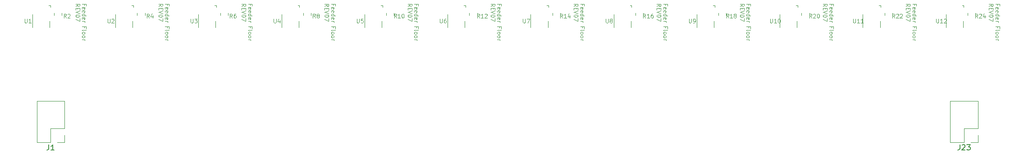
<source format=gbr>
G04 #@! TF.GenerationSoftware,KiCad,Pcbnew,7.0.2-0*
G04 #@! TF.CreationDate,2023-11-08T10:25:58-05:00*
G04 #@! TF.ProjectId,blade12_26-37,626c6164-6531-4325-9f32-362d33372e6b,rev?*
G04 #@! TF.SameCoordinates,Original*
G04 #@! TF.FileFunction,Legend,Top*
G04 #@! TF.FilePolarity,Positive*
%FSLAX46Y46*%
G04 Gerber Fmt 4.6, Leading zero omitted, Abs format (unit mm)*
G04 Created by KiCad (PCBNEW 7.0.2-0) date 2023-11-08 10:25:58*
%MOMM*%
%LPD*%
G01*
G04 APERTURE LIST*
%ADD10C,0.100000*%
%ADD11C,0.150000*%
%ADD12C,0.120000*%
G04 APERTURE END LIST*
D10*
X204853392Y-26328571D02*
X204853392Y-26078571D01*
X204460535Y-26078571D02*
X205210535Y-26078571D01*
X205210535Y-26078571D02*
X205210535Y-26435714D01*
X204496250Y-27007142D02*
X204460535Y-26935714D01*
X204460535Y-26935714D02*
X204460535Y-26792857D01*
X204460535Y-26792857D02*
X204496250Y-26721428D01*
X204496250Y-26721428D02*
X204567678Y-26685714D01*
X204567678Y-26685714D02*
X204853392Y-26685714D01*
X204853392Y-26685714D02*
X204924821Y-26721428D01*
X204924821Y-26721428D02*
X204960535Y-26792857D01*
X204960535Y-26792857D02*
X204960535Y-26935714D01*
X204960535Y-26935714D02*
X204924821Y-27007142D01*
X204924821Y-27007142D02*
X204853392Y-27042857D01*
X204853392Y-27042857D02*
X204781964Y-27042857D01*
X204781964Y-27042857D02*
X204710535Y-26685714D01*
X204496250Y-27649999D02*
X204460535Y-27578571D01*
X204460535Y-27578571D02*
X204460535Y-27435714D01*
X204460535Y-27435714D02*
X204496250Y-27364285D01*
X204496250Y-27364285D02*
X204567678Y-27328571D01*
X204567678Y-27328571D02*
X204853392Y-27328571D01*
X204853392Y-27328571D02*
X204924821Y-27364285D01*
X204924821Y-27364285D02*
X204960535Y-27435714D01*
X204960535Y-27435714D02*
X204960535Y-27578571D01*
X204960535Y-27578571D02*
X204924821Y-27649999D01*
X204924821Y-27649999D02*
X204853392Y-27685714D01*
X204853392Y-27685714D02*
X204781964Y-27685714D01*
X204781964Y-27685714D02*
X204710535Y-27328571D01*
X204460535Y-28328571D02*
X205210535Y-28328571D01*
X204496250Y-28328571D02*
X204460535Y-28257142D01*
X204460535Y-28257142D02*
X204460535Y-28114285D01*
X204460535Y-28114285D02*
X204496250Y-28042856D01*
X204496250Y-28042856D02*
X204531964Y-28007142D01*
X204531964Y-28007142D02*
X204603392Y-27971428D01*
X204603392Y-27971428D02*
X204817678Y-27971428D01*
X204817678Y-27971428D02*
X204889107Y-28007142D01*
X204889107Y-28007142D02*
X204924821Y-28042856D01*
X204924821Y-28042856D02*
X204960535Y-28114285D01*
X204960535Y-28114285D02*
X204960535Y-28257142D01*
X204960535Y-28257142D02*
X204924821Y-28328571D01*
X204496250Y-28971427D02*
X204460535Y-28899999D01*
X204460535Y-28899999D02*
X204460535Y-28757142D01*
X204460535Y-28757142D02*
X204496250Y-28685713D01*
X204496250Y-28685713D02*
X204567678Y-28649999D01*
X204567678Y-28649999D02*
X204853392Y-28649999D01*
X204853392Y-28649999D02*
X204924821Y-28685713D01*
X204924821Y-28685713D02*
X204960535Y-28757142D01*
X204960535Y-28757142D02*
X204960535Y-28899999D01*
X204960535Y-28899999D02*
X204924821Y-28971427D01*
X204924821Y-28971427D02*
X204853392Y-29007142D01*
X204853392Y-29007142D02*
X204781964Y-29007142D01*
X204781964Y-29007142D02*
X204710535Y-28649999D01*
X204460535Y-29328570D02*
X204960535Y-29328570D01*
X204817678Y-29328570D02*
X204889107Y-29364284D01*
X204889107Y-29364284D02*
X204924821Y-29399999D01*
X204924821Y-29399999D02*
X204960535Y-29471427D01*
X204960535Y-29471427D02*
X204960535Y-29542856D01*
X204853392Y-30614285D02*
X204853392Y-30364285D01*
X204460535Y-30364285D02*
X205210535Y-30364285D01*
X205210535Y-30364285D02*
X205210535Y-30721428D01*
X204460535Y-31114285D02*
X204496250Y-31042856D01*
X204496250Y-31042856D02*
X204567678Y-31007142D01*
X204567678Y-31007142D02*
X205210535Y-31007142D01*
X204460535Y-31507142D02*
X204496250Y-31435713D01*
X204496250Y-31435713D02*
X204531964Y-31399999D01*
X204531964Y-31399999D02*
X204603392Y-31364285D01*
X204603392Y-31364285D02*
X204817678Y-31364285D01*
X204817678Y-31364285D02*
X204889107Y-31399999D01*
X204889107Y-31399999D02*
X204924821Y-31435713D01*
X204924821Y-31435713D02*
X204960535Y-31507142D01*
X204960535Y-31507142D02*
X204960535Y-31614285D01*
X204960535Y-31614285D02*
X204924821Y-31685713D01*
X204924821Y-31685713D02*
X204889107Y-31721428D01*
X204889107Y-31721428D02*
X204817678Y-31757142D01*
X204817678Y-31757142D02*
X204603392Y-31757142D01*
X204603392Y-31757142D02*
X204531964Y-31721428D01*
X204531964Y-31721428D02*
X204496250Y-31685713D01*
X204496250Y-31685713D02*
X204460535Y-31614285D01*
X204460535Y-31614285D02*
X204460535Y-31507142D01*
X204460535Y-32185713D02*
X204496250Y-32114284D01*
X204496250Y-32114284D02*
X204531964Y-32078570D01*
X204531964Y-32078570D02*
X204603392Y-32042856D01*
X204603392Y-32042856D02*
X204817678Y-32042856D01*
X204817678Y-32042856D02*
X204889107Y-32078570D01*
X204889107Y-32078570D02*
X204924821Y-32114284D01*
X204924821Y-32114284D02*
X204960535Y-32185713D01*
X204960535Y-32185713D02*
X204960535Y-32292856D01*
X204960535Y-32292856D02*
X204924821Y-32364284D01*
X204924821Y-32364284D02*
X204889107Y-32399999D01*
X204889107Y-32399999D02*
X204817678Y-32435713D01*
X204817678Y-32435713D02*
X204603392Y-32435713D01*
X204603392Y-32435713D02*
X204531964Y-32399999D01*
X204531964Y-32399999D02*
X204496250Y-32364284D01*
X204496250Y-32364284D02*
X204460535Y-32292856D01*
X204460535Y-32292856D02*
X204460535Y-32185713D01*
X204460535Y-32757141D02*
X204960535Y-32757141D01*
X204817678Y-32757141D02*
X204889107Y-32792855D01*
X204889107Y-32792855D02*
X204924821Y-32828570D01*
X204924821Y-32828570D02*
X204960535Y-32899998D01*
X204960535Y-32899998D02*
X204960535Y-32971427D01*
X203245535Y-26507142D02*
X203602678Y-26257142D01*
X203245535Y-26078571D02*
X203995535Y-26078571D01*
X203995535Y-26078571D02*
X203995535Y-26364285D01*
X203995535Y-26364285D02*
X203959821Y-26435714D01*
X203959821Y-26435714D02*
X203924107Y-26471428D01*
X203924107Y-26471428D02*
X203852678Y-26507142D01*
X203852678Y-26507142D02*
X203745535Y-26507142D01*
X203745535Y-26507142D02*
X203674107Y-26471428D01*
X203674107Y-26471428D02*
X203638392Y-26435714D01*
X203638392Y-26435714D02*
X203602678Y-26364285D01*
X203602678Y-26364285D02*
X203602678Y-26078571D01*
X203638392Y-26828571D02*
X203638392Y-27078571D01*
X203245535Y-27185714D02*
X203245535Y-26828571D01*
X203245535Y-26828571D02*
X203995535Y-26828571D01*
X203995535Y-26828571D02*
X203995535Y-27185714D01*
X203995535Y-27399999D02*
X203245535Y-27649999D01*
X203245535Y-27649999D02*
X203995535Y-27899999D01*
X203995535Y-28292856D02*
X203995535Y-28364285D01*
X203995535Y-28364285D02*
X203959821Y-28435713D01*
X203959821Y-28435713D02*
X203924107Y-28471428D01*
X203924107Y-28471428D02*
X203852678Y-28507142D01*
X203852678Y-28507142D02*
X203709821Y-28542856D01*
X203709821Y-28542856D02*
X203531250Y-28542856D01*
X203531250Y-28542856D02*
X203388392Y-28507142D01*
X203388392Y-28507142D02*
X203316964Y-28471428D01*
X203316964Y-28471428D02*
X203281250Y-28435713D01*
X203281250Y-28435713D02*
X203245535Y-28364285D01*
X203245535Y-28364285D02*
X203245535Y-28292856D01*
X203245535Y-28292856D02*
X203281250Y-28221428D01*
X203281250Y-28221428D02*
X203316964Y-28185713D01*
X203316964Y-28185713D02*
X203388392Y-28149999D01*
X203388392Y-28149999D02*
X203531250Y-28114285D01*
X203531250Y-28114285D02*
X203709821Y-28114285D01*
X203709821Y-28114285D02*
X203852678Y-28149999D01*
X203852678Y-28149999D02*
X203924107Y-28185713D01*
X203924107Y-28185713D02*
X203959821Y-28221428D01*
X203959821Y-28221428D02*
X203995535Y-28292856D01*
X203995535Y-28792856D02*
X203995535Y-29292856D01*
X203995535Y-29292856D02*
X203245535Y-28971428D01*
X189253392Y-26328571D02*
X189253392Y-26078571D01*
X188860535Y-26078571D02*
X189610535Y-26078571D01*
X189610535Y-26078571D02*
X189610535Y-26435714D01*
X188896250Y-27007142D02*
X188860535Y-26935714D01*
X188860535Y-26935714D02*
X188860535Y-26792857D01*
X188860535Y-26792857D02*
X188896250Y-26721428D01*
X188896250Y-26721428D02*
X188967678Y-26685714D01*
X188967678Y-26685714D02*
X189253392Y-26685714D01*
X189253392Y-26685714D02*
X189324821Y-26721428D01*
X189324821Y-26721428D02*
X189360535Y-26792857D01*
X189360535Y-26792857D02*
X189360535Y-26935714D01*
X189360535Y-26935714D02*
X189324821Y-27007142D01*
X189324821Y-27007142D02*
X189253392Y-27042857D01*
X189253392Y-27042857D02*
X189181964Y-27042857D01*
X189181964Y-27042857D02*
X189110535Y-26685714D01*
X188896250Y-27649999D02*
X188860535Y-27578571D01*
X188860535Y-27578571D02*
X188860535Y-27435714D01*
X188860535Y-27435714D02*
X188896250Y-27364285D01*
X188896250Y-27364285D02*
X188967678Y-27328571D01*
X188967678Y-27328571D02*
X189253392Y-27328571D01*
X189253392Y-27328571D02*
X189324821Y-27364285D01*
X189324821Y-27364285D02*
X189360535Y-27435714D01*
X189360535Y-27435714D02*
X189360535Y-27578571D01*
X189360535Y-27578571D02*
X189324821Y-27649999D01*
X189324821Y-27649999D02*
X189253392Y-27685714D01*
X189253392Y-27685714D02*
X189181964Y-27685714D01*
X189181964Y-27685714D02*
X189110535Y-27328571D01*
X188860535Y-28328571D02*
X189610535Y-28328571D01*
X188896250Y-28328571D02*
X188860535Y-28257142D01*
X188860535Y-28257142D02*
X188860535Y-28114285D01*
X188860535Y-28114285D02*
X188896250Y-28042856D01*
X188896250Y-28042856D02*
X188931964Y-28007142D01*
X188931964Y-28007142D02*
X189003392Y-27971428D01*
X189003392Y-27971428D02*
X189217678Y-27971428D01*
X189217678Y-27971428D02*
X189289107Y-28007142D01*
X189289107Y-28007142D02*
X189324821Y-28042856D01*
X189324821Y-28042856D02*
X189360535Y-28114285D01*
X189360535Y-28114285D02*
X189360535Y-28257142D01*
X189360535Y-28257142D02*
X189324821Y-28328571D01*
X188896250Y-28971427D02*
X188860535Y-28899999D01*
X188860535Y-28899999D02*
X188860535Y-28757142D01*
X188860535Y-28757142D02*
X188896250Y-28685713D01*
X188896250Y-28685713D02*
X188967678Y-28649999D01*
X188967678Y-28649999D02*
X189253392Y-28649999D01*
X189253392Y-28649999D02*
X189324821Y-28685713D01*
X189324821Y-28685713D02*
X189360535Y-28757142D01*
X189360535Y-28757142D02*
X189360535Y-28899999D01*
X189360535Y-28899999D02*
X189324821Y-28971427D01*
X189324821Y-28971427D02*
X189253392Y-29007142D01*
X189253392Y-29007142D02*
X189181964Y-29007142D01*
X189181964Y-29007142D02*
X189110535Y-28649999D01*
X188860535Y-29328570D02*
X189360535Y-29328570D01*
X189217678Y-29328570D02*
X189289107Y-29364284D01*
X189289107Y-29364284D02*
X189324821Y-29399999D01*
X189324821Y-29399999D02*
X189360535Y-29471427D01*
X189360535Y-29471427D02*
X189360535Y-29542856D01*
X189253392Y-30614285D02*
X189253392Y-30364285D01*
X188860535Y-30364285D02*
X189610535Y-30364285D01*
X189610535Y-30364285D02*
X189610535Y-30721428D01*
X188860535Y-31114285D02*
X188896250Y-31042856D01*
X188896250Y-31042856D02*
X188967678Y-31007142D01*
X188967678Y-31007142D02*
X189610535Y-31007142D01*
X188860535Y-31507142D02*
X188896250Y-31435713D01*
X188896250Y-31435713D02*
X188931964Y-31399999D01*
X188931964Y-31399999D02*
X189003392Y-31364285D01*
X189003392Y-31364285D02*
X189217678Y-31364285D01*
X189217678Y-31364285D02*
X189289107Y-31399999D01*
X189289107Y-31399999D02*
X189324821Y-31435713D01*
X189324821Y-31435713D02*
X189360535Y-31507142D01*
X189360535Y-31507142D02*
X189360535Y-31614285D01*
X189360535Y-31614285D02*
X189324821Y-31685713D01*
X189324821Y-31685713D02*
X189289107Y-31721428D01*
X189289107Y-31721428D02*
X189217678Y-31757142D01*
X189217678Y-31757142D02*
X189003392Y-31757142D01*
X189003392Y-31757142D02*
X188931964Y-31721428D01*
X188931964Y-31721428D02*
X188896250Y-31685713D01*
X188896250Y-31685713D02*
X188860535Y-31614285D01*
X188860535Y-31614285D02*
X188860535Y-31507142D01*
X188860535Y-32185713D02*
X188896250Y-32114284D01*
X188896250Y-32114284D02*
X188931964Y-32078570D01*
X188931964Y-32078570D02*
X189003392Y-32042856D01*
X189003392Y-32042856D02*
X189217678Y-32042856D01*
X189217678Y-32042856D02*
X189289107Y-32078570D01*
X189289107Y-32078570D02*
X189324821Y-32114284D01*
X189324821Y-32114284D02*
X189360535Y-32185713D01*
X189360535Y-32185713D02*
X189360535Y-32292856D01*
X189360535Y-32292856D02*
X189324821Y-32364284D01*
X189324821Y-32364284D02*
X189289107Y-32399999D01*
X189289107Y-32399999D02*
X189217678Y-32435713D01*
X189217678Y-32435713D02*
X189003392Y-32435713D01*
X189003392Y-32435713D02*
X188931964Y-32399999D01*
X188931964Y-32399999D02*
X188896250Y-32364284D01*
X188896250Y-32364284D02*
X188860535Y-32292856D01*
X188860535Y-32292856D02*
X188860535Y-32185713D01*
X188860535Y-32757141D02*
X189360535Y-32757141D01*
X189217678Y-32757141D02*
X189289107Y-32792855D01*
X189289107Y-32792855D02*
X189324821Y-32828570D01*
X189324821Y-32828570D02*
X189360535Y-32899998D01*
X189360535Y-32899998D02*
X189360535Y-32971427D01*
X187645535Y-26507142D02*
X188002678Y-26257142D01*
X187645535Y-26078571D02*
X188395535Y-26078571D01*
X188395535Y-26078571D02*
X188395535Y-26364285D01*
X188395535Y-26364285D02*
X188359821Y-26435714D01*
X188359821Y-26435714D02*
X188324107Y-26471428D01*
X188324107Y-26471428D02*
X188252678Y-26507142D01*
X188252678Y-26507142D02*
X188145535Y-26507142D01*
X188145535Y-26507142D02*
X188074107Y-26471428D01*
X188074107Y-26471428D02*
X188038392Y-26435714D01*
X188038392Y-26435714D02*
X188002678Y-26364285D01*
X188002678Y-26364285D02*
X188002678Y-26078571D01*
X188038392Y-26828571D02*
X188038392Y-27078571D01*
X187645535Y-27185714D02*
X187645535Y-26828571D01*
X187645535Y-26828571D02*
X188395535Y-26828571D01*
X188395535Y-26828571D02*
X188395535Y-27185714D01*
X188395535Y-27399999D02*
X187645535Y-27649999D01*
X187645535Y-27649999D02*
X188395535Y-27899999D01*
X188395535Y-28292856D02*
X188395535Y-28364285D01*
X188395535Y-28364285D02*
X188359821Y-28435713D01*
X188359821Y-28435713D02*
X188324107Y-28471428D01*
X188324107Y-28471428D02*
X188252678Y-28507142D01*
X188252678Y-28507142D02*
X188109821Y-28542856D01*
X188109821Y-28542856D02*
X187931250Y-28542856D01*
X187931250Y-28542856D02*
X187788392Y-28507142D01*
X187788392Y-28507142D02*
X187716964Y-28471428D01*
X187716964Y-28471428D02*
X187681250Y-28435713D01*
X187681250Y-28435713D02*
X187645535Y-28364285D01*
X187645535Y-28364285D02*
X187645535Y-28292856D01*
X187645535Y-28292856D02*
X187681250Y-28221428D01*
X187681250Y-28221428D02*
X187716964Y-28185713D01*
X187716964Y-28185713D02*
X187788392Y-28149999D01*
X187788392Y-28149999D02*
X187931250Y-28114285D01*
X187931250Y-28114285D02*
X188109821Y-28114285D01*
X188109821Y-28114285D02*
X188252678Y-28149999D01*
X188252678Y-28149999D02*
X188324107Y-28185713D01*
X188324107Y-28185713D02*
X188359821Y-28221428D01*
X188359821Y-28221428D02*
X188395535Y-28292856D01*
X188395535Y-28792856D02*
X188395535Y-29292856D01*
X188395535Y-29292856D02*
X187645535Y-28971428D01*
X64453392Y-26328571D02*
X64453392Y-26078571D01*
X64060535Y-26078571D02*
X64810535Y-26078571D01*
X64810535Y-26078571D02*
X64810535Y-26435714D01*
X64096250Y-27007142D02*
X64060535Y-26935714D01*
X64060535Y-26935714D02*
X64060535Y-26792857D01*
X64060535Y-26792857D02*
X64096250Y-26721428D01*
X64096250Y-26721428D02*
X64167678Y-26685714D01*
X64167678Y-26685714D02*
X64453392Y-26685714D01*
X64453392Y-26685714D02*
X64524821Y-26721428D01*
X64524821Y-26721428D02*
X64560535Y-26792857D01*
X64560535Y-26792857D02*
X64560535Y-26935714D01*
X64560535Y-26935714D02*
X64524821Y-27007142D01*
X64524821Y-27007142D02*
X64453392Y-27042857D01*
X64453392Y-27042857D02*
X64381964Y-27042857D01*
X64381964Y-27042857D02*
X64310535Y-26685714D01*
X64096250Y-27649999D02*
X64060535Y-27578571D01*
X64060535Y-27578571D02*
X64060535Y-27435714D01*
X64060535Y-27435714D02*
X64096250Y-27364285D01*
X64096250Y-27364285D02*
X64167678Y-27328571D01*
X64167678Y-27328571D02*
X64453392Y-27328571D01*
X64453392Y-27328571D02*
X64524821Y-27364285D01*
X64524821Y-27364285D02*
X64560535Y-27435714D01*
X64560535Y-27435714D02*
X64560535Y-27578571D01*
X64560535Y-27578571D02*
X64524821Y-27649999D01*
X64524821Y-27649999D02*
X64453392Y-27685714D01*
X64453392Y-27685714D02*
X64381964Y-27685714D01*
X64381964Y-27685714D02*
X64310535Y-27328571D01*
X64060535Y-28328571D02*
X64810535Y-28328571D01*
X64096250Y-28328571D02*
X64060535Y-28257142D01*
X64060535Y-28257142D02*
X64060535Y-28114285D01*
X64060535Y-28114285D02*
X64096250Y-28042856D01*
X64096250Y-28042856D02*
X64131964Y-28007142D01*
X64131964Y-28007142D02*
X64203392Y-27971428D01*
X64203392Y-27971428D02*
X64417678Y-27971428D01*
X64417678Y-27971428D02*
X64489107Y-28007142D01*
X64489107Y-28007142D02*
X64524821Y-28042856D01*
X64524821Y-28042856D02*
X64560535Y-28114285D01*
X64560535Y-28114285D02*
X64560535Y-28257142D01*
X64560535Y-28257142D02*
X64524821Y-28328571D01*
X64096250Y-28971427D02*
X64060535Y-28899999D01*
X64060535Y-28899999D02*
X64060535Y-28757142D01*
X64060535Y-28757142D02*
X64096250Y-28685713D01*
X64096250Y-28685713D02*
X64167678Y-28649999D01*
X64167678Y-28649999D02*
X64453392Y-28649999D01*
X64453392Y-28649999D02*
X64524821Y-28685713D01*
X64524821Y-28685713D02*
X64560535Y-28757142D01*
X64560535Y-28757142D02*
X64560535Y-28899999D01*
X64560535Y-28899999D02*
X64524821Y-28971427D01*
X64524821Y-28971427D02*
X64453392Y-29007142D01*
X64453392Y-29007142D02*
X64381964Y-29007142D01*
X64381964Y-29007142D02*
X64310535Y-28649999D01*
X64060535Y-29328570D02*
X64560535Y-29328570D01*
X64417678Y-29328570D02*
X64489107Y-29364284D01*
X64489107Y-29364284D02*
X64524821Y-29399999D01*
X64524821Y-29399999D02*
X64560535Y-29471427D01*
X64560535Y-29471427D02*
X64560535Y-29542856D01*
X64453392Y-30614285D02*
X64453392Y-30364285D01*
X64060535Y-30364285D02*
X64810535Y-30364285D01*
X64810535Y-30364285D02*
X64810535Y-30721428D01*
X64060535Y-31114285D02*
X64096250Y-31042856D01*
X64096250Y-31042856D02*
X64167678Y-31007142D01*
X64167678Y-31007142D02*
X64810535Y-31007142D01*
X64060535Y-31507142D02*
X64096250Y-31435713D01*
X64096250Y-31435713D02*
X64131964Y-31399999D01*
X64131964Y-31399999D02*
X64203392Y-31364285D01*
X64203392Y-31364285D02*
X64417678Y-31364285D01*
X64417678Y-31364285D02*
X64489107Y-31399999D01*
X64489107Y-31399999D02*
X64524821Y-31435713D01*
X64524821Y-31435713D02*
X64560535Y-31507142D01*
X64560535Y-31507142D02*
X64560535Y-31614285D01*
X64560535Y-31614285D02*
X64524821Y-31685713D01*
X64524821Y-31685713D02*
X64489107Y-31721428D01*
X64489107Y-31721428D02*
X64417678Y-31757142D01*
X64417678Y-31757142D02*
X64203392Y-31757142D01*
X64203392Y-31757142D02*
X64131964Y-31721428D01*
X64131964Y-31721428D02*
X64096250Y-31685713D01*
X64096250Y-31685713D02*
X64060535Y-31614285D01*
X64060535Y-31614285D02*
X64060535Y-31507142D01*
X64060535Y-32185713D02*
X64096250Y-32114284D01*
X64096250Y-32114284D02*
X64131964Y-32078570D01*
X64131964Y-32078570D02*
X64203392Y-32042856D01*
X64203392Y-32042856D02*
X64417678Y-32042856D01*
X64417678Y-32042856D02*
X64489107Y-32078570D01*
X64489107Y-32078570D02*
X64524821Y-32114284D01*
X64524821Y-32114284D02*
X64560535Y-32185713D01*
X64560535Y-32185713D02*
X64560535Y-32292856D01*
X64560535Y-32292856D02*
X64524821Y-32364284D01*
X64524821Y-32364284D02*
X64489107Y-32399999D01*
X64489107Y-32399999D02*
X64417678Y-32435713D01*
X64417678Y-32435713D02*
X64203392Y-32435713D01*
X64203392Y-32435713D02*
X64131964Y-32399999D01*
X64131964Y-32399999D02*
X64096250Y-32364284D01*
X64096250Y-32364284D02*
X64060535Y-32292856D01*
X64060535Y-32292856D02*
X64060535Y-32185713D01*
X64060535Y-32757141D02*
X64560535Y-32757141D01*
X64417678Y-32757141D02*
X64489107Y-32792855D01*
X64489107Y-32792855D02*
X64524821Y-32828570D01*
X64524821Y-32828570D02*
X64560535Y-32899998D01*
X64560535Y-32899998D02*
X64560535Y-32971427D01*
X62845535Y-26507142D02*
X63202678Y-26257142D01*
X62845535Y-26078571D02*
X63595535Y-26078571D01*
X63595535Y-26078571D02*
X63595535Y-26364285D01*
X63595535Y-26364285D02*
X63559821Y-26435714D01*
X63559821Y-26435714D02*
X63524107Y-26471428D01*
X63524107Y-26471428D02*
X63452678Y-26507142D01*
X63452678Y-26507142D02*
X63345535Y-26507142D01*
X63345535Y-26507142D02*
X63274107Y-26471428D01*
X63274107Y-26471428D02*
X63238392Y-26435714D01*
X63238392Y-26435714D02*
X63202678Y-26364285D01*
X63202678Y-26364285D02*
X63202678Y-26078571D01*
X63238392Y-26828571D02*
X63238392Y-27078571D01*
X62845535Y-27185714D02*
X62845535Y-26828571D01*
X62845535Y-26828571D02*
X63595535Y-26828571D01*
X63595535Y-26828571D02*
X63595535Y-27185714D01*
X63595535Y-27399999D02*
X62845535Y-27649999D01*
X62845535Y-27649999D02*
X63595535Y-27899999D01*
X63595535Y-28292856D02*
X63595535Y-28364285D01*
X63595535Y-28364285D02*
X63559821Y-28435713D01*
X63559821Y-28435713D02*
X63524107Y-28471428D01*
X63524107Y-28471428D02*
X63452678Y-28507142D01*
X63452678Y-28507142D02*
X63309821Y-28542856D01*
X63309821Y-28542856D02*
X63131250Y-28542856D01*
X63131250Y-28542856D02*
X62988392Y-28507142D01*
X62988392Y-28507142D02*
X62916964Y-28471428D01*
X62916964Y-28471428D02*
X62881250Y-28435713D01*
X62881250Y-28435713D02*
X62845535Y-28364285D01*
X62845535Y-28364285D02*
X62845535Y-28292856D01*
X62845535Y-28292856D02*
X62881250Y-28221428D01*
X62881250Y-28221428D02*
X62916964Y-28185713D01*
X62916964Y-28185713D02*
X62988392Y-28149999D01*
X62988392Y-28149999D02*
X63131250Y-28114285D01*
X63131250Y-28114285D02*
X63309821Y-28114285D01*
X63309821Y-28114285D02*
X63452678Y-28149999D01*
X63452678Y-28149999D02*
X63524107Y-28185713D01*
X63524107Y-28185713D02*
X63559821Y-28221428D01*
X63559821Y-28221428D02*
X63595535Y-28292856D01*
X63595535Y-28792856D02*
X63595535Y-29292856D01*
X63595535Y-29292856D02*
X62845535Y-28971428D01*
X80053392Y-26328571D02*
X80053392Y-26078571D01*
X79660535Y-26078571D02*
X80410535Y-26078571D01*
X80410535Y-26078571D02*
X80410535Y-26435714D01*
X79696250Y-27007142D02*
X79660535Y-26935714D01*
X79660535Y-26935714D02*
X79660535Y-26792857D01*
X79660535Y-26792857D02*
X79696250Y-26721428D01*
X79696250Y-26721428D02*
X79767678Y-26685714D01*
X79767678Y-26685714D02*
X80053392Y-26685714D01*
X80053392Y-26685714D02*
X80124821Y-26721428D01*
X80124821Y-26721428D02*
X80160535Y-26792857D01*
X80160535Y-26792857D02*
X80160535Y-26935714D01*
X80160535Y-26935714D02*
X80124821Y-27007142D01*
X80124821Y-27007142D02*
X80053392Y-27042857D01*
X80053392Y-27042857D02*
X79981964Y-27042857D01*
X79981964Y-27042857D02*
X79910535Y-26685714D01*
X79696250Y-27649999D02*
X79660535Y-27578571D01*
X79660535Y-27578571D02*
X79660535Y-27435714D01*
X79660535Y-27435714D02*
X79696250Y-27364285D01*
X79696250Y-27364285D02*
X79767678Y-27328571D01*
X79767678Y-27328571D02*
X80053392Y-27328571D01*
X80053392Y-27328571D02*
X80124821Y-27364285D01*
X80124821Y-27364285D02*
X80160535Y-27435714D01*
X80160535Y-27435714D02*
X80160535Y-27578571D01*
X80160535Y-27578571D02*
X80124821Y-27649999D01*
X80124821Y-27649999D02*
X80053392Y-27685714D01*
X80053392Y-27685714D02*
X79981964Y-27685714D01*
X79981964Y-27685714D02*
X79910535Y-27328571D01*
X79660535Y-28328571D02*
X80410535Y-28328571D01*
X79696250Y-28328571D02*
X79660535Y-28257142D01*
X79660535Y-28257142D02*
X79660535Y-28114285D01*
X79660535Y-28114285D02*
X79696250Y-28042856D01*
X79696250Y-28042856D02*
X79731964Y-28007142D01*
X79731964Y-28007142D02*
X79803392Y-27971428D01*
X79803392Y-27971428D02*
X80017678Y-27971428D01*
X80017678Y-27971428D02*
X80089107Y-28007142D01*
X80089107Y-28007142D02*
X80124821Y-28042856D01*
X80124821Y-28042856D02*
X80160535Y-28114285D01*
X80160535Y-28114285D02*
X80160535Y-28257142D01*
X80160535Y-28257142D02*
X80124821Y-28328571D01*
X79696250Y-28971427D02*
X79660535Y-28899999D01*
X79660535Y-28899999D02*
X79660535Y-28757142D01*
X79660535Y-28757142D02*
X79696250Y-28685713D01*
X79696250Y-28685713D02*
X79767678Y-28649999D01*
X79767678Y-28649999D02*
X80053392Y-28649999D01*
X80053392Y-28649999D02*
X80124821Y-28685713D01*
X80124821Y-28685713D02*
X80160535Y-28757142D01*
X80160535Y-28757142D02*
X80160535Y-28899999D01*
X80160535Y-28899999D02*
X80124821Y-28971427D01*
X80124821Y-28971427D02*
X80053392Y-29007142D01*
X80053392Y-29007142D02*
X79981964Y-29007142D01*
X79981964Y-29007142D02*
X79910535Y-28649999D01*
X79660535Y-29328570D02*
X80160535Y-29328570D01*
X80017678Y-29328570D02*
X80089107Y-29364284D01*
X80089107Y-29364284D02*
X80124821Y-29399999D01*
X80124821Y-29399999D02*
X80160535Y-29471427D01*
X80160535Y-29471427D02*
X80160535Y-29542856D01*
X80053392Y-30614285D02*
X80053392Y-30364285D01*
X79660535Y-30364285D02*
X80410535Y-30364285D01*
X80410535Y-30364285D02*
X80410535Y-30721428D01*
X79660535Y-31114285D02*
X79696250Y-31042856D01*
X79696250Y-31042856D02*
X79767678Y-31007142D01*
X79767678Y-31007142D02*
X80410535Y-31007142D01*
X79660535Y-31507142D02*
X79696250Y-31435713D01*
X79696250Y-31435713D02*
X79731964Y-31399999D01*
X79731964Y-31399999D02*
X79803392Y-31364285D01*
X79803392Y-31364285D02*
X80017678Y-31364285D01*
X80017678Y-31364285D02*
X80089107Y-31399999D01*
X80089107Y-31399999D02*
X80124821Y-31435713D01*
X80124821Y-31435713D02*
X80160535Y-31507142D01*
X80160535Y-31507142D02*
X80160535Y-31614285D01*
X80160535Y-31614285D02*
X80124821Y-31685713D01*
X80124821Y-31685713D02*
X80089107Y-31721428D01*
X80089107Y-31721428D02*
X80017678Y-31757142D01*
X80017678Y-31757142D02*
X79803392Y-31757142D01*
X79803392Y-31757142D02*
X79731964Y-31721428D01*
X79731964Y-31721428D02*
X79696250Y-31685713D01*
X79696250Y-31685713D02*
X79660535Y-31614285D01*
X79660535Y-31614285D02*
X79660535Y-31507142D01*
X79660535Y-32185713D02*
X79696250Y-32114284D01*
X79696250Y-32114284D02*
X79731964Y-32078570D01*
X79731964Y-32078570D02*
X79803392Y-32042856D01*
X79803392Y-32042856D02*
X80017678Y-32042856D01*
X80017678Y-32042856D02*
X80089107Y-32078570D01*
X80089107Y-32078570D02*
X80124821Y-32114284D01*
X80124821Y-32114284D02*
X80160535Y-32185713D01*
X80160535Y-32185713D02*
X80160535Y-32292856D01*
X80160535Y-32292856D02*
X80124821Y-32364284D01*
X80124821Y-32364284D02*
X80089107Y-32399999D01*
X80089107Y-32399999D02*
X80017678Y-32435713D01*
X80017678Y-32435713D02*
X79803392Y-32435713D01*
X79803392Y-32435713D02*
X79731964Y-32399999D01*
X79731964Y-32399999D02*
X79696250Y-32364284D01*
X79696250Y-32364284D02*
X79660535Y-32292856D01*
X79660535Y-32292856D02*
X79660535Y-32185713D01*
X79660535Y-32757141D02*
X80160535Y-32757141D01*
X80017678Y-32757141D02*
X80089107Y-32792855D01*
X80089107Y-32792855D02*
X80124821Y-32828570D01*
X80124821Y-32828570D02*
X80160535Y-32899998D01*
X80160535Y-32899998D02*
X80160535Y-32971427D01*
X78445535Y-26507142D02*
X78802678Y-26257142D01*
X78445535Y-26078571D02*
X79195535Y-26078571D01*
X79195535Y-26078571D02*
X79195535Y-26364285D01*
X79195535Y-26364285D02*
X79159821Y-26435714D01*
X79159821Y-26435714D02*
X79124107Y-26471428D01*
X79124107Y-26471428D02*
X79052678Y-26507142D01*
X79052678Y-26507142D02*
X78945535Y-26507142D01*
X78945535Y-26507142D02*
X78874107Y-26471428D01*
X78874107Y-26471428D02*
X78838392Y-26435714D01*
X78838392Y-26435714D02*
X78802678Y-26364285D01*
X78802678Y-26364285D02*
X78802678Y-26078571D01*
X78838392Y-26828571D02*
X78838392Y-27078571D01*
X78445535Y-27185714D02*
X78445535Y-26828571D01*
X78445535Y-26828571D02*
X79195535Y-26828571D01*
X79195535Y-26828571D02*
X79195535Y-27185714D01*
X79195535Y-27399999D02*
X78445535Y-27649999D01*
X78445535Y-27649999D02*
X79195535Y-27899999D01*
X79195535Y-28292856D02*
X79195535Y-28364285D01*
X79195535Y-28364285D02*
X79159821Y-28435713D01*
X79159821Y-28435713D02*
X79124107Y-28471428D01*
X79124107Y-28471428D02*
X79052678Y-28507142D01*
X79052678Y-28507142D02*
X78909821Y-28542856D01*
X78909821Y-28542856D02*
X78731250Y-28542856D01*
X78731250Y-28542856D02*
X78588392Y-28507142D01*
X78588392Y-28507142D02*
X78516964Y-28471428D01*
X78516964Y-28471428D02*
X78481250Y-28435713D01*
X78481250Y-28435713D02*
X78445535Y-28364285D01*
X78445535Y-28364285D02*
X78445535Y-28292856D01*
X78445535Y-28292856D02*
X78481250Y-28221428D01*
X78481250Y-28221428D02*
X78516964Y-28185713D01*
X78516964Y-28185713D02*
X78588392Y-28149999D01*
X78588392Y-28149999D02*
X78731250Y-28114285D01*
X78731250Y-28114285D02*
X78909821Y-28114285D01*
X78909821Y-28114285D02*
X79052678Y-28149999D01*
X79052678Y-28149999D02*
X79124107Y-28185713D01*
X79124107Y-28185713D02*
X79159821Y-28221428D01*
X79159821Y-28221428D02*
X79195535Y-28292856D01*
X79195535Y-28792856D02*
X79195535Y-29292856D01*
X79195535Y-29292856D02*
X78445535Y-28971428D01*
X95653392Y-26328571D02*
X95653392Y-26078571D01*
X95260535Y-26078571D02*
X96010535Y-26078571D01*
X96010535Y-26078571D02*
X96010535Y-26435714D01*
X95296250Y-27007142D02*
X95260535Y-26935714D01*
X95260535Y-26935714D02*
X95260535Y-26792857D01*
X95260535Y-26792857D02*
X95296250Y-26721428D01*
X95296250Y-26721428D02*
X95367678Y-26685714D01*
X95367678Y-26685714D02*
X95653392Y-26685714D01*
X95653392Y-26685714D02*
X95724821Y-26721428D01*
X95724821Y-26721428D02*
X95760535Y-26792857D01*
X95760535Y-26792857D02*
X95760535Y-26935714D01*
X95760535Y-26935714D02*
X95724821Y-27007142D01*
X95724821Y-27007142D02*
X95653392Y-27042857D01*
X95653392Y-27042857D02*
X95581964Y-27042857D01*
X95581964Y-27042857D02*
X95510535Y-26685714D01*
X95296250Y-27649999D02*
X95260535Y-27578571D01*
X95260535Y-27578571D02*
X95260535Y-27435714D01*
X95260535Y-27435714D02*
X95296250Y-27364285D01*
X95296250Y-27364285D02*
X95367678Y-27328571D01*
X95367678Y-27328571D02*
X95653392Y-27328571D01*
X95653392Y-27328571D02*
X95724821Y-27364285D01*
X95724821Y-27364285D02*
X95760535Y-27435714D01*
X95760535Y-27435714D02*
X95760535Y-27578571D01*
X95760535Y-27578571D02*
X95724821Y-27649999D01*
X95724821Y-27649999D02*
X95653392Y-27685714D01*
X95653392Y-27685714D02*
X95581964Y-27685714D01*
X95581964Y-27685714D02*
X95510535Y-27328571D01*
X95260535Y-28328571D02*
X96010535Y-28328571D01*
X95296250Y-28328571D02*
X95260535Y-28257142D01*
X95260535Y-28257142D02*
X95260535Y-28114285D01*
X95260535Y-28114285D02*
X95296250Y-28042856D01*
X95296250Y-28042856D02*
X95331964Y-28007142D01*
X95331964Y-28007142D02*
X95403392Y-27971428D01*
X95403392Y-27971428D02*
X95617678Y-27971428D01*
X95617678Y-27971428D02*
X95689107Y-28007142D01*
X95689107Y-28007142D02*
X95724821Y-28042856D01*
X95724821Y-28042856D02*
X95760535Y-28114285D01*
X95760535Y-28114285D02*
X95760535Y-28257142D01*
X95760535Y-28257142D02*
X95724821Y-28328571D01*
X95296250Y-28971427D02*
X95260535Y-28899999D01*
X95260535Y-28899999D02*
X95260535Y-28757142D01*
X95260535Y-28757142D02*
X95296250Y-28685713D01*
X95296250Y-28685713D02*
X95367678Y-28649999D01*
X95367678Y-28649999D02*
X95653392Y-28649999D01*
X95653392Y-28649999D02*
X95724821Y-28685713D01*
X95724821Y-28685713D02*
X95760535Y-28757142D01*
X95760535Y-28757142D02*
X95760535Y-28899999D01*
X95760535Y-28899999D02*
X95724821Y-28971427D01*
X95724821Y-28971427D02*
X95653392Y-29007142D01*
X95653392Y-29007142D02*
X95581964Y-29007142D01*
X95581964Y-29007142D02*
X95510535Y-28649999D01*
X95260535Y-29328570D02*
X95760535Y-29328570D01*
X95617678Y-29328570D02*
X95689107Y-29364284D01*
X95689107Y-29364284D02*
X95724821Y-29399999D01*
X95724821Y-29399999D02*
X95760535Y-29471427D01*
X95760535Y-29471427D02*
X95760535Y-29542856D01*
X95653392Y-30614285D02*
X95653392Y-30364285D01*
X95260535Y-30364285D02*
X96010535Y-30364285D01*
X96010535Y-30364285D02*
X96010535Y-30721428D01*
X95260535Y-31114285D02*
X95296250Y-31042856D01*
X95296250Y-31042856D02*
X95367678Y-31007142D01*
X95367678Y-31007142D02*
X96010535Y-31007142D01*
X95260535Y-31507142D02*
X95296250Y-31435713D01*
X95296250Y-31435713D02*
X95331964Y-31399999D01*
X95331964Y-31399999D02*
X95403392Y-31364285D01*
X95403392Y-31364285D02*
X95617678Y-31364285D01*
X95617678Y-31364285D02*
X95689107Y-31399999D01*
X95689107Y-31399999D02*
X95724821Y-31435713D01*
X95724821Y-31435713D02*
X95760535Y-31507142D01*
X95760535Y-31507142D02*
X95760535Y-31614285D01*
X95760535Y-31614285D02*
X95724821Y-31685713D01*
X95724821Y-31685713D02*
X95689107Y-31721428D01*
X95689107Y-31721428D02*
X95617678Y-31757142D01*
X95617678Y-31757142D02*
X95403392Y-31757142D01*
X95403392Y-31757142D02*
X95331964Y-31721428D01*
X95331964Y-31721428D02*
X95296250Y-31685713D01*
X95296250Y-31685713D02*
X95260535Y-31614285D01*
X95260535Y-31614285D02*
X95260535Y-31507142D01*
X95260535Y-32185713D02*
X95296250Y-32114284D01*
X95296250Y-32114284D02*
X95331964Y-32078570D01*
X95331964Y-32078570D02*
X95403392Y-32042856D01*
X95403392Y-32042856D02*
X95617678Y-32042856D01*
X95617678Y-32042856D02*
X95689107Y-32078570D01*
X95689107Y-32078570D02*
X95724821Y-32114284D01*
X95724821Y-32114284D02*
X95760535Y-32185713D01*
X95760535Y-32185713D02*
X95760535Y-32292856D01*
X95760535Y-32292856D02*
X95724821Y-32364284D01*
X95724821Y-32364284D02*
X95689107Y-32399999D01*
X95689107Y-32399999D02*
X95617678Y-32435713D01*
X95617678Y-32435713D02*
X95403392Y-32435713D01*
X95403392Y-32435713D02*
X95331964Y-32399999D01*
X95331964Y-32399999D02*
X95296250Y-32364284D01*
X95296250Y-32364284D02*
X95260535Y-32292856D01*
X95260535Y-32292856D02*
X95260535Y-32185713D01*
X95260535Y-32757141D02*
X95760535Y-32757141D01*
X95617678Y-32757141D02*
X95689107Y-32792855D01*
X95689107Y-32792855D02*
X95724821Y-32828570D01*
X95724821Y-32828570D02*
X95760535Y-32899998D01*
X95760535Y-32899998D02*
X95760535Y-32971427D01*
X94045535Y-26507142D02*
X94402678Y-26257142D01*
X94045535Y-26078571D02*
X94795535Y-26078571D01*
X94795535Y-26078571D02*
X94795535Y-26364285D01*
X94795535Y-26364285D02*
X94759821Y-26435714D01*
X94759821Y-26435714D02*
X94724107Y-26471428D01*
X94724107Y-26471428D02*
X94652678Y-26507142D01*
X94652678Y-26507142D02*
X94545535Y-26507142D01*
X94545535Y-26507142D02*
X94474107Y-26471428D01*
X94474107Y-26471428D02*
X94438392Y-26435714D01*
X94438392Y-26435714D02*
X94402678Y-26364285D01*
X94402678Y-26364285D02*
X94402678Y-26078571D01*
X94438392Y-26828571D02*
X94438392Y-27078571D01*
X94045535Y-27185714D02*
X94045535Y-26828571D01*
X94045535Y-26828571D02*
X94795535Y-26828571D01*
X94795535Y-26828571D02*
X94795535Y-27185714D01*
X94795535Y-27399999D02*
X94045535Y-27649999D01*
X94045535Y-27649999D02*
X94795535Y-27899999D01*
X94795535Y-28292856D02*
X94795535Y-28364285D01*
X94795535Y-28364285D02*
X94759821Y-28435713D01*
X94759821Y-28435713D02*
X94724107Y-28471428D01*
X94724107Y-28471428D02*
X94652678Y-28507142D01*
X94652678Y-28507142D02*
X94509821Y-28542856D01*
X94509821Y-28542856D02*
X94331250Y-28542856D01*
X94331250Y-28542856D02*
X94188392Y-28507142D01*
X94188392Y-28507142D02*
X94116964Y-28471428D01*
X94116964Y-28471428D02*
X94081250Y-28435713D01*
X94081250Y-28435713D02*
X94045535Y-28364285D01*
X94045535Y-28364285D02*
X94045535Y-28292856D01*
X94045535Y-28292856D02*
X94081250Y-28221428D01*
X94081250Y-28221428D02*
X94116964Y-28185713D01*
X94116964Y-28185713D02*
X94188392Y-28149999D01*
X94188392Y-28149999D02*
X94331250Y-28114285D01*
X94331250Y-28114285D02*
X94509821Y-28114285D01*
X94509821Y-28114285D02*
X94652678Y-28149999D01*
X94652678Y-28149999D02*
X94724107Y-28185713D01*
X94724107Y-28185713D02*
X94759821Y-28221428D01*
X94759821Y-28221428D02*
X94795535Y-28292856D01*
X94795535Y-28792856D02*
X94795535Y-29292856D01*
X94795535Y-29292856D02*
X94045535Y-28971428D01*
X33253392Y-26328571D02*
X33253392Y-26078571D01*
X32860535Y-26078571D02*
X33610535Y-26078571D01*
X33610535Y-26078571D02*
X33610535Y-26435714D01*
X32896250Y-27007142D02*
X32860535Y-26935714D01*
X32860535Y-26935714D02*
X32860535Y-26792857D01*
X32860535Y-26792857D02*
X32896250Y-26721428D01*
X32896250Y-26721428D02*
X32967678Y-26685714D01*
X32967678Y-26685714D02*
X33253392Y-26685714D01*
X33253392Y-26685714D02*
X33324821Y-26721428D01*
X33324821Y-26721428D02*
X33360535Y-26792857D01*
X33360535Y-26792857D02*
X33360535Y-26935714D01*
X33360535Y-26935714D02*
X33324821Y-27007142D01*
X33324821Y-27007142D02*
X33253392Y-27042857D01*
X33253392Y-27042857D02*
X33181964Y-27042857D01*
X33181964Y-27042857D02*
X33110535Y-26685714D01*
X32896250Y-27649999D02*
X32860535Y-27578571D01*
X32860535Y-27578571D02*
X32860535Y-27435714D01*
X32860535Y-27435714D02*
X32896250Y-27364285D01*
X32896250Y-27364285D02*
X32967678Y-27328571D01*
X32967678Y-27328571D02*
X33253392Y-27328571D01*
X33253392Y-27328571D02*
X33324821Y-27364285D01*
X33324821Y-27364285D02*
X33360535Y-27435714D01*
X33360535Y-27435714D02*
X33360535Y-27578571D01*
X33360535Y-27578571D02*
X33324821Y-27649999D01*
X33324821Y-27649999D02*
X33253392Y-27685714D01*
X33253392Y-27685714D02*
X33181964Y-27685714D01*
X33181964Y-27685714D02*
X33110535Y-27328571D01*
X32860535Y-28328571D02*
X33610535Y-28328571D01*
X32896250Y-28328571D02*
X32860535Y-28257142D01*
X32860535Y-28257142D02*
X32860535Y-28114285D01*
X32860535Y-28114285D02*
X32896250Y-28042856D01*
X32896250Y-28042856D02*
X32931964Y-28007142D01*
X32931964Y-28007142D02*
X33003392Y-27971428D01*
X33003392Y-27971428D02*
X33217678Y-27971428D01*
X33217678Y-27971428D02*
X33289107Y-28007142D01*
X33289107Y-28007142D02*
X33324821Y-28042856D01*
X33324821Y-28042856D02*
X33360535Y-28114285D01*
X33360535Y-28114285D02*
X33360535Y-28257142D01*
X33360535Y-28257142D02*
X33324821Y-28328571D01*
X32896250Y-28971427D02*
X32860535Y-28899999D01*
X32860535Y-28899999D02*
X32860535Y-28757142D01*
X32860535Y-28757142D02*
X32896250Y-28685713D01*
X32896250Y-28685713D02*
X32967678Y-28649999D01*
X32967678Y-28649999D02*
X33253392Y-28649999D01*
X33253392Y-28649999D02*
X33324821Y-28685713D01*
X33324821Y-28685713D02*
X33360535Y-28757142D01*
X33360535Y-28757142D02*
X33360535Y-28899999D01*
X33360535Y-28899999D02*
X33324821Y-28971427D01*
X33324821Y-28971427D02*
X33253392Y-29007142D01*
X33253392Y-29007142D02*
X33181964Y-29007142D01*
X33181964Y-29007142D02*
X33110535Y-28649999D01*
X32860535Y-29328570D02*
X33360535Y-29328570D01*
X33217678Y-29328570D02*
X33289107Y-29364284D01*
X33289107Y-29364284D02*
X33324821Y-29399999D01*
X33324821Y-29399999D02*
X33360535Y-29471427D01*
X33360535Y-29471427D02*
X33360535Y-29542856D01*
X33253392Y-30614285D02*
X33253392Y-30364285D01*
X32860535Y-30364285D02*
X33610535Y-30364285D01*
X33610535Y-30364285D02*
X33610535Y-30721428D01*
X32860535Y-31114285D02*
X32896250Y-31042856D01*
X32896250Y-31042856D02*
X32967678Y-31007142D01*
X32967678Y-31007142D02*
X33610535Y-31007142D01*
X32860535Y-31507142D02*
X32896250Y-31435713D01*
X32896250Y-31435713D02*
X32931964Y-31399999D01*
X32931964Y-31399999D02*
X33003392Y-31364285D01*
X33003392Y-31364285D02*
X33217678Y-31364285D01*
X33217678Y-31364285D02*
X33289107Y-31399999D01*
X33289107Y-31399999D02*
X33324821Y-31435713D01*
X33324821Y-31435713D02*
X33360535Y-31507142D01*
X33360535Y-31507142D02*
X33360535Y-31614285D01*
X33360535Y-31614285D02*
X33324821Y-31685713D01*
X33324821Y-31685713D02*
X33289107Y-31721428D01*
X33289107Y-31721428D02*
X33217678Y-31757142D01*
X33217678Y-31757142D02*
X33003392Y-31757142D01*
X33003392Y-31757142D02*
X32931964Y-31721428D01*
X32931964Y-31721428D02*
X32896250Y-31685713D01*
X32896250Y-31685713D02*
X32860535Y-31614285D01*
X32860535Y-31614285D02*
X32860535Y-31507142D01*
X32860535Y-32185713D02*
X32896250Y-32114284D01*
X32896250Y-32114284D02*
X32931964Y-32078570D01*
X32931964Y-32078570D02*
X33003392Y-32042856D01*
X33003392Y-32042856D02*
X33217678Y-32042856D01*
X33217678Y-32042856D02*
X33289107Y-32078570D01*
X33289107Y-32078570D02*
X33324821Y-32114284D01*
X33324821Y-32114284D02*
X33360535Y-32185713D01*
X33360535Y-32185713D02*
X33360535Y-32292856D01*
X33360535Y-32292856D02*
X33324821Y-32364284D01*
X33324821Y-32364284D02*
X33289107Y-32399999D01*
X33289107Y-32399999D02*
X33217678Y-32435713D01*
X33217678Y-32435713D02*
X33003392Y-32435713D01*
X33003392Y-32435713D02*
X32931964Y-32399999D01*
X32931964Y-32399999D02*
X32896250Y-32364284D01*
X32896250Y-32364284D02*
X32860535Y-32292856D01*
X32860535Y-32292856D02*
X32860535Y-32185713D01*
X32860535Y-32757141D02*
X33360535Y-32757141D01*
X33217678Y-32757141D02*
X33289107Y-32792855D01*
X33289107Y-32792855D02*
X33324821Y-32828570D01*
X33324821Y-32828570D02*
X33360535Y-32899998D01*
X33360535Y-32899998D02*
X33360535Y-32971427D01*
X31645535Y-26507142D02*
X32002678Y-26257142D01*
X31645535Y-26078571D02*
X32395535Y-26078571D01*
X32395535Y-26078571D02*
X32395535Y-26364285D01*
X32395535Y-26364285D02*
X32359821Y-26435714D01*
X32359821Y-26435714D02*
X32324107Y-26471428D01*
X32324107Y-26471428D02*
X32252678Y-26507142D01*
X32252678Y-26507142D02*
X32145535Y-26507142D01*
X32145535Y-26507142D02*
X32074107Y-26471428D01*
X32074107Y-26471428D02*
X32038392Y-26435714D01*
X32038392Y-26435714D02*
X32002678Y-26364285D01*
X32002678Y-26364285D02*
X32002678Y-26078571D01*
X32038392Y-26828571D02*
X32038392Y-27078571D01*
X31645535Y-27185714D02*
X31645535Y-26828571D01*
X31645535Y-26828571D02*
X32395535Y-26828571D01*
X32395535Y-26828571D02*
X32395535Y-27185714D01*
X32395535Y-27399999D02*
X31645535Y-27649999D01*
X31645535Y-27649999D02*
X32395535Y-27899999D01*
X32395535Y-28292856D02*
X32395535Y-28364285D01*
X32395535Y-28364285D02*
X32359821Y-28435713D01*
X32359821Y-28435713D02*
X32324107Y-28471428D01*
X32324107Y-28471428D02*
X32252678Y-28507142D01*
X32252678Y-28507142D02*
X32109821Y-28542856D01*
X32109821Y-28542856D02*
X31931250Y-28542856D01*
X31931250Y-28542856D02*
X31788392Y-28507142D01*
X31788392Y-28507142D02*
X31716964Y-28471428D01*
X31716964Y-28471428D02*
X31681250Y-28435713D01*
X31681250Y-28435713D02*
X31645535Y-28364285D01*
X31645535Y-28364285D02*
X31645535Y-28292856D01*
X31645535Y-28292856D02*
X31681250Y-28221428D01*
X31681250Y-28221428D02*
X31716964Y-28185713D01*
X31716964Y-28185713D02*
X31788392Y-28149999D01*
X31788392Y-28149999D02*
X31931250Y-28114285D01*
X31931250Y-28114285D02*
X32109821Y-28114285D01*
X32109821Y-28114285D02*
X32252678Y-28149999D01*
X32252678Y-28149999D02*
X32324107Y-28185713D01*
X32324107Y-28185713D02*
X32359821Y-28221428D01*
X32359821Y-28221428D02*
X32395535Y-28292856D01*
X32395535Y-28792856D02*
X32395535Y-29292856D01*
X32395535Y-29292856D02*
X31645535Y-28971428D01*
X111253392Y-26328571D02*
X111253392Y-26078571D01*
X110860535Y-26078571D02*
X111610535Y-26078571D01*
X111610535Y-26078571D02*
X111610535Y-26435714D01*
X110896250Y-27007142D02*
X110860535Y-26935714D01*
X110860535Y-26935714D02*
X110860535Y-26792857D01*
X110860535Y-26792857D02*
X110896250Y-26721428D01*
X110896250Y-26721428D02*
X110967678Y-26685714D01*
X110967678Y-26685714D02*
X111253392Y-26685714D01*
X111253392Y-26685714D02*
X111324821Y-26721428D01*
X111324821Y-26721428D02*
X111360535Y-26792857D01*
X111360535Y-26792857D02*
X111360535Y-26935714D01*
X111360535Y-26935714D02*
X111324821Y-27007142D01*
X111324821Y-27007142D02*
X111253392Y-27042857D01*
X111253392Y-27042857D02*
X111181964Y-27042857D01*
X111181964Y-27042857D02*
X111110535Y-26685714D01*
X110896250Y-27649999D02*
X110860535Y-27578571D01*
X110860535Y-27578571D02*
X110860535Y-27435714D01*
X110860535Y-27435714D02*
X110896250Y-27364285D01*
X110896250Y-27364285D02*
X110967678Y-27328571D01*
X110967678Y-27328571D02*
X111253392Y-27328571D01*
X111253392Y-27328571D02*
X111324821Y-27364285D01*
X111324821Y-27364285D02*
X111360535Y-27435714D01*
X111360535Y-27435714D02*
X111360535Y-27578571D01*
X111360535Y-27578571D02*
X111324821Y-27649999D01*
X111324821Y-27649999D02*
X111253392Y-27685714D01*
X111253392Y-27685714D02*
X111181964Y-27685714D01*
X111181964Y-27685714D02*
X111110535Y-27328571D01*
X110860535Y-28328571D02*
X111610535Y-28328571D01*
X110896250Y-28328571D02*
X110860535Y-28257142D01*
X110860535Y-28257142D02*
X110860535Y-28114285D01*
X110860535Y-28114285D02*
X110896250Y-28042856D01*
X110896250Y-28042856D02*
X110931964Y-28007142D01*
X110931964Y-28007142D02*
X111003392Y-27971428D01*
X111003392Y-27971428D02*
X111217678Y-27971428D01*
X111217678Y-27971428D02*
X111289107Y-28007142D01*
X111289107Y-28007142D02*
X111324821Y-28042856D01*
X111324821Y-28042856D02*
X111360535Y-28114285D01*
X111360535Y-28114285D02*
X111360535Y-28257142D01*
X111360535Y-28257142D02*
X111324821Y-28328571D01*
X110896250Y-28971427D02*
X110860535Y-28899999D01*
X110860535Y-28899999D02*
X110860535Y-28757142D01*
X110860535Y-28757142D02*
X110896250Y-28685713D01*
X110896250Y-28685713D02*
X110967678Y-28649999D01*
X110967678Y-28649999D02*
X111253392Y-28649999D01*
X111253392Y-28649999D02*
X111324821Y-28685713D01*
X111324821Y-28685713D02*
X111360535Y-28757142D01*
X111360535Y-28757142D02*
X111360535Y-28899999D01*
X111360535Y-28899999D02*
X111324821Y-28971427D01*
X111324821Y-28971427D02*
X111253392Y-29007142D01*
X111253392Y-29007142D02*
X111181964Y-29007142D01*
X111181964Y-29007142D02*
X111110535Y-28649999D01*
X110860535Y-29328570D02*
X111360535Y-29328570D01*
X111217678Y-29328570D02*
X111289107Y-29364284D01*
X111289107Y-29364284D02*
X111324821Y-29399999D01*
X111324821Y-29399999D02*
X111360535Y-29471427D01*
X111360535Y-29471427D02*
X111360535Y-29542856D01*
X111253392Y-30614285D02*
X111253392Y-30364285D01*
X110860535Y-30364285D02*
X111610535Y-30364285D01*
X111610535Y-30364285D02*
X111610535Y-30721428D01*
X110860535Y-31114285D02*
X110896250Y-31042856D01*
X110896250Y-31042856D02*
X110967678Y-31007142D01*
X110967678Y-31007142D02*
X111610535Y-31007142D01*
X110860535Y-31507142D02*
X110896250Y-31435713D01*
X110896250Y-31435713D02*
X110931964Y-31399999D01*
X110931964Y-31399999D02*
X111003392Y-31364285D01*
X111003392Y-31364285D02*
X111217678Y-31364285D01*
X111217678Y-31364285D02*
X111289107Y-31399999D01*
X111289107Y-31399999D02*
X111324821Y-31435713D01*
X111324821Y-31435713D02*
X111360535Y-31507142D01*
X111360535Y-31507142D02*
X111360535Y-31614285D01*
X111360535Y-31614285D02*
X111324821Y-31685713D01*
X111324821Y-31685713D02*
X111289107Y-31721428D01*
X111289107Y-31721428D02*
X111217678Y-31757142D01*
X111217678Y-31757142D02*
X111003392Y-31757142D01*
X111003392Y-31757142D02*
X110931964Y-31721428D01*
X110931964Y-31721428D02*
X110896250Y-31685713D01*
X110896250Y-31685713D02*
X110860535Y-31614285D01*
X110860535Y-31614285D02*
X110860535Y-31507142D01*
X110860535Y-32185713D02*
X110896250Y-32114284D01*
X110896250Y-32114284D02*
X110931964Y-32078570D01*
X110931964Y-32078570D02*
X111003392Y-32042856D01*
X111003392Y-32042856D02*
X111217678Y-32042856D01*
X111217678Y-32042856D02*
X111289107Y-32078570D01*
X111289107Y-32078570D02*
X111324821Y-32114284D01*
X111324821Y-32114284D02*
X111360535Y-32185713D01*
X111360535Y-32185713D02*
X111360535Y-32292856D01*
X111360535Y-32292856D02*
X111324821Y-32364284D01*
X111324821Y-32364284D02*
X111289107Y-32399999D01*
X111289107Y-32399999D02*
X111217678Y-32435713D01*
X111217678Y-32435713D02*
X111003392Y-32435713D01*
X111003392Y-32435713D02*
X110931964Y-32399999D01*
X110931964Y-32399999D02*
X110896250Y-32364284D01*
X110896250Y-32364284D02*
X110860535Y-32292856D01*
X110860535Y-32292856D02*
X110860535Y-32185713D01*
X110860535Y-32757141D02*
X111360535Y-32757141D01*
X111217678Y-32757141D02*
X111289107Y-32792855D01*
X111289107Y-32792855D02*
X111324821Y-32828570D01*
X111324821Y-32828570D02*
X111360535Y-32899998D01*
X111360535Y-32899998D02*
X111360535Y-32971427D01*
X109645535Y-26507142D02*
X110002678Y-26257142D01*
X109645535Y-26078571D02*
X110395535Y-26078571D01*
X110395535Y-26078571D02*
X110395535Y-26364285D01*
X110395535Y-26364285D02*
X110359821Y-26435714D01*
X110359821Y-26435714D02*
X110324107Y-26471428D01*
X110324107Y-26471428D02*
X110252678Y-26507142D01*
X110252678Y-26507142D02*
X110145535Y-26507142D01*
X110145535Y-26507142D02*
X110074107Y-26471428D01*
X110074107Y-26471428D02*
X110038392Y-26435714D01*
X110038392Y-26435714D02*
X110002678Y-26364285D01*
X110002678Y-26364285D02*
X110002678Y-26078571D01*
X110038392Y-26828571D02*
X110038392Y-27078571D01*
X109645535Y-27185714D02*
X109645535Y-26828571D01*
X109645535Y-26828571D02*
X110395535Y-26828571D01*
X110395535Y-26828571D02*
X110395535Y-27185714D01*
X110395535Y-27399999D02*
X109645535Y-27649999D01*
X109645535Y-27649999D02*
X110395535Y-27899999D01*
X110395535Y-28292856D02*
X110395535Y-28364285D01*
X110395535Y-28364285D02*
X110359821Y-28435713D01*
X110359821Y-28435713D02*
X110324107Y-28471428D01*
X110324107Y-28471428D02*
X110252678Y-28507142D01*
X110252678Y-28507142D02*
X110109821Y-28542856D01*
X110109821Y-28542856D02*
X109931250Y-28542856D01*
X109931250Y-28542856D02*
X109788392Y-28507142D01*
X109788392Y-28507142D02*
X109716964Y-28471428D01*
X109716964Y-28471428D02*
X109681250Y-28435713D01*
X109681250Y-28435713D02*
X109645535Y-28364285D01*
X109645535Y-28364285D02*
X109645535Y-28292856D01*
X109645535Y-28292856D02*
X109681250Y-28221428D01*
X109681250Y-28221428D02*
X109716964Y-28185713D01*
X109716964Y-28185713D02*
X109788392Y-28149999D01*
X109788392Y-28149999D02*
X109931250Y-28114285D01*
X109931250Y-28114285D02*
X110109821Y-28114285D01*
X110109821Y-28114285D02*
X110252678Y-28149999D01*
X110252678Y-28149999D02*
X110324107Y-28185713D01*
X110324107Y-28185713D02*
X110359821Y-28221428D01*
X110359821Y-28221428D02*
X110395535Y-28292856D01*
X110395535Y-28792856D02*
X110395535Y-29292856D01*
X110395535Y-29292856D02*
X109645535Y-28971428D01*
X173653392Y-26328571D02*
X173653392Y-26078571D01*
X173260535Y-26078571D02*
X174010535Y-26078571D01*
X174010535Y-26078571D02*
X174010535Y-26435714D01*
X173296250Y-27007142D02*
X173260535Y-26935714D01*
X173260535Y-26935714D02*
X173260535Y-26792857D01*
X173260535Y-26792857D02*
X173296250Y-26721428D01*
X173296250Y-26721428D02*
X173367678Y-26685714D01*
X173367678Y-26685714D02*
X173653392Y-26685714D01*
X173653392Y-26685714D02*
X173724821Y-26721428D01*
X173724821Y-26721428D02*
X173760535Y-26792857D01*
X173760535Y-26792857D02*
X173760535Y-26935714D01*
X173760535Y-26935714D02*
X173724821Y-27007142D01*
X173724821Y-27007142D02*
X173653392Y-27042857D01*
X173653392Y-27042857D02*
X173581964Y-27042857D01*
X173581964Y-27042857D02*
X173510535Y-26685714D01*
X173296250Y-27649999D02*
X173260535Y-27578571D01*
X173260535Y-27578571D02*
X173260535Y-27435714D01*
X173260535Y-27435714D02*
X173296250Y-27364285D01*
X173296250Y-27364285D02*
X173367678Y-27328571D01*
X173367678Y-27328571D02*
X173653392Y-27328571D01*
X173653392Y-27328571D02*
X173724821Y-27364285D01*
X173724821Y-27364285D02*
X173760535Y-27435714D01*
X173760535Y-27435714D02*
X173760535Y-27578571D01*
X173760535Y-27578571D02*
X173724821Y-27649999D01*
X173724821Y-27649999D02*
X173653392Y-27685714D01*
X173653392Y-27685714D02*
X173581964Y-27685714D01*
X173581964Y-27685714D02*
X173510535Y-27328571D01*
X173260535Y-28328571D02*
X174010535Y-28328571D01*
X173296250Y-28328571D02*
X173260535Y-28257142D01*
X173260535Y-28257142D02*
X173260535Y-28114285D01*
X173260535Y-28114285D02*
X173296250Y-28042856D01*
X173296250Y-28042856D02*
X173331964Y-28007142D01*
X173331964Y-28007142D02*
X173403392Y-27971428D01*
X173403392Y-27971428D02*
X173617678Y-27971428D01*
X173617678Y-27971428D02*
X173689107Y-28007142D01*
X173689107Y-28007142D02*
X173724821Y-28042856D01*
X173724821Y-28042856D02*
X173760535Y-28114285D01*
X173760535Y-28114285D02*
X173760535Y-28257142D01*
X173760535Y-28257142D02*
X173724821Y-28328571D01*
X173296250Y-28971427D02*
X173260535Y-28899999D01*
X173260535Y-28899999D02*
X173260535Y-28757142D01*
X173260535Y-28757142D02*
X173296250Y-28685713D01*
X173296250Y-28685713D02*
X173367678Y-28649999D01*
X173367678Y-28649999D02*
X173653392Y-28649999D01*
X173653392Y-28649999D02*
X173724821Y-28685713D01*
X173724821Y-28685713D02*
X173760535Y-28757142D01*
X173760535Y-28757142D02*
X173760535Y-28899999D01*
X173760535Y-28899999D02*
X173724821Y-28971427D01*
X173724821Y-28971427D02*
X173653392Y-29007142D01*
X173653392Y-29007142D02*
X173581964Y-29007142D01*
X173581964Y-29007142D02*
X173510535Y-28649999D01*
X173260535Y-29328570D02*
X173760535Y-29328570D01*
X173617678Y-29328570D02*
X173689107Y-29364284D01*
X173689107Y-29364284D02*
X173724821Y-29399999D01*
X173724821Y-29399999D02*
X173760535Y-29471427D01*
X173760535Y-29471427D02*
X173760535Y-29542856D01*
X173653392Y-30614285D02*
X173653392Y-30364285D01*
X173260535Y-30364285D02*
X174010535Y-30364285D01*
X174010535Y-30364285D02*
X174010535Y-30721428D01*
X173260535Y-31114285D02*
X173296250Y-31042856D01*
X173296250Y-31042856D02*
X173367678Y-31007142D01*
X173367678Y-31007142D02*
X174010535Y-31007142D01*
X173260535Y-31507142D02*
X173296250Y-31435713D01*
X173296250Y-31435713D02*
X173331964Y-31399999D01*
X173331964Y-31399999D02*
X173403392Y-31364285D01*
X173403392Y-31364285D02*
X173617678Y-31364285D01*
X173617678Y-31364285D02*
X173689107Y-31399999D01*
X173689107Y-31399999D02*
X173724821Y-31435713D01*
X173724821Y-31435713D02*
X173760535Y-31507142D01*
X173760535Y-31507142D02*
X173760535Y-31614285D01*
X173760535Y-31614285D02*
X173724821Y-31685713D01*
X173724821Y-31685713D02*
X173689107Y-31721428D01*
X173689107Y-31721428D02*
X173617678Y-31757142D01*
X173617678Y-31757142D02*
X173403392Y-31757142D01*
X173403392Y-31757142D02*
X173331964Y-31721428D01*
X173331964Y-31721428D02*
X173296250Y-31685713D01*
X173296250Y-31685713D02*
X173260535Y-31614285D01*
X173260535Y-31614285D02*
X173260535Y-31507142D01*
X173260535Y-32185713D02*
X173296250Y-32114284D01*
X173296250Y-32114284D02*
X173331964Y-32078570D01*
X173331964Y-32078570D02*
X173403392Y-32042856D01*
X173403392Y-32042856D02*
X173617678Y-32042856D01*
X173617678Y-32042856D02*
X173689107Y-32078570D01*
X173689107Y-32078570D02*
X173724821Y-32114284D01*
X173724821Y-32114284D02*
X173760535Y-32185713D01*
X173760535Y-32185713D02*
X173760535Y-32292856D01*
X173760535Y-32292856D02*
X173724821Y-32364284D01*
X173724821Y-32364284D02*
X173689107Y-32399999D01*
X173689107Y-32399999D02*
X173617678Y-32435713D01*
X173617678Y-32435713D02*
X173403392Y-32435713D01*
X173403392Y-32435713D02*
X173331964Y-32399999D01*
X173331964Y-32399999D02*
X173296250Y-32364284D01*
X173296250Y-32364284D02*
X173260535Y-32292856D01*
X173260535Y-32292856D02*
X173260535Y-32185713D01*
X173260535Y-32757141D02*
X173760535Y-32757141D01*
X173617678Y-32757141D02*
X173689107Y-32792855D01*
X173689107Y-32792855D02*
X173724821Y-32828570D01*
X173724821Y-32828570D02*
X173760535Y-32899998D01*
X173760535Y-32899998D02*
X173760535Y-32971427D01*
X172045535Y-26507142D02*
X172402678Y-26257142D01*
X172045535Y-26078571D02*
X172795535Y-26078571D01*
X172795535Y-26078571D02*
X172795535Y-26364285D01*
X172795535Y-26364285D02*
X172759821Y-26435714D01*
X172759821Y-26435714D02*
X172724107Y-26471428D01*
X172724107Y-26471428D02*
X172652678Y-26507142D01*
X172652678Y-26507142D02*
X172545535Y-26507142D01*
X172545535Y-26507142D02*
X172474107Y-26471428D01*
X172474107Y-26471428D02*
X172438392Y-26435714D01*
X172438392Y-26435714D02*
X172402678Y-26364285D01*
X172402678Y-26364285D02*
X172402678Y-26078571D01*
X172438392Y-26828571D02*
X172438392Y-27078571D01*
X172045535Y-27185714D02*
X172045535Y-26828571D01*
X172045535Y-26828571D02*
X172795535Y-26828571D01*
X172795535Y-26828571D02*
X172795535Y-27185714D01*
X172795535Y-27399999D02*
X172045535Y-27649999D01*
X172045535Y-27649999D02*
X172795535Y-27899999D01*
X172795535Y-28292856D02*
X172795535Y-28364285D01*
X172795535Y-28364285D02*
X172759821Y-28435713D01*
X172759821Y-28435713D02*
X172724107Y-28471428D01*
X172724107Y-28471428D02*
X172652678Y-28507142D01*
X172652678Y-28507142D02*
X172509821Y-28542856D01*
X172509821Y-28542856D02*
X172331250Y-28542856D01*
X172331250Y-28542856D02*
X172188392Y-28507142D01*
X172188392Y-28507142D02*
X172116964Y-28471428D01*
X172116964Y-28471428D02*
X172081250Y-28435713D01*
X172081250Y-28435713D02*
X172045535Y-28364285D01*
X172045535Y-28364285D02*
X172045535Y-28292856D01*
X172045535Y-28292856D02*
X172081250Y-28221428D01*
X172081250Y-28221428D02*
X172116964Y-28185713D01*
X172116964Y-28185713D02*
X172188392Y-28149999D01*
X172188392Y-28149999D02*
X172331250Y-28114285D01*
X172331250Y-28114285D02*
X172509821Y-28114285D01*
X172509821Y-28114285D02*
X172652678Y-28149999D01*
X172652678Y-28149999D02*
X172724107Y-28185713D01*
X172724107Y-28185713D02*
X172759821Y-28221428D01*
X172759821Y-28221428D02*
X172795535Y-28292856D01*
X172795535Y-28792856D02*
X172795535Y-29292856D01*
X172795535Y-29292856D02*
X172045535Y-28971428D01*
X142453392Y-26328571D02*
X142453392Y-26078571D01*
X142060535Y-26078571D02*
X142810535Y-26078571D01*
X142810535Y-26078571D02*
X142810535Y-26435714D01*
X142096250Y-27007142D02*
X142060535Y-26935714D01*
X142060535Y-26935714D02*
X142060535Y-26792857D01*
X142060535Y-26792857D02*
X142096250Y-26721428D01*
X142096250Y-26721428D02*
X142167678Y-26685714D01*
X142167678Y-26685714D02*
X142453392Y-26685714D01*
X142453392Y-26685714D02*
X142524821Y-26721428D01*
X142524821Y-26721428D02*
X142560535Y-26792857D01*
X142560535Y-26792857D02*
X142560535Y-26935714D01*
X142560535Y-26935714D02*
X142524821Y-27007142D01*
X142524821Y-27007142D02*
X142453392Y-27042857D01*
X142453392Y-27042857D02*
X142381964Y-27042857D01*
X142381964Y-27042857D02*
X142310535Y-26685714D01*
X142096250Y-27649999D02*
X142060535Y-27578571D01*
X142060535Y-27578571D02*
X142060535Y-27435714D01*
X142060535Y-27435714D02*
X142096250Y-27364285D01*
X142096250Y-27364285D02*
X142167678Y-27328571D01*
X142167678Y-27328571D02*
X142453392Y-27328571D01*
X142453392Y-27328571D02*
X142524821Y-27364285D01*
X142524821Y-27364285D02*
X142560535Y-27435714D01*
X142560535Y-27435714D02*
X142560535Y-27578571D01*
X142560535Y-27578571D02*
X142524821Y-27649999D01*
X142524821Y-27649999D02*
X142453392Y-27685714D01*
X142453392Y-27685714D02*
X142381964Y-27685714D01*
X142381964Y-27685714D02*
X142310535Y-27328571D01*
X142060535Y-28328571D02*
X142810535Y-28328571D01*
X142096250Y-28328571D02*
X142060535Y-28257142D01*
X142060535Y-28257142D02*
X142060535Y-28114285D01*
X142060535Y-28114285D02*
X142096250Y-28042856D01*
X142096250Y-28042856D02*
X142131964Y-28007142D01*
X142131964Y-28007142D02*
X142203392Y-27971428D01*
X142203392Y-27971428D02*
X142417678Y-27971428D01*
X142417678Y-27971428D02*
X142489107Y-28007142D01*
X142489107Y-28007142D02*
X142524821Y-28042856D01*
X142524821Y-28042856D02*
X142560535Y-28114285D01*
X142560535Y-28114285D02*
X142560535Y-28257142D01*
X142560535Y-28257142D02*
X142524821Y-28328571D01*
X142096250Y-28971427D02*
X142060535Y-28899999D01*
X142060535Y-28899999D02*
X142060535Y-28757142D01*
X142060535Y-28757142D02*
X142096250Y-28685713D01*
X142096250Y-28685713D02*
X142167678Y-28649999D01*
X142167678Y-28649999D02*
X142453392Y-28649999D01*
X142453392Y-28649999D02*
X142524821Y-28685713D01*
X142524821Y-28685713D02*
X142560535Y-28757142D01*
X142560535Y-28757142D02*
X142560535Y-28899999D01*
X142560535Y-28899999D02*
X142524821Y-28971427D01*
X142524821Y-28971427D02*
X142453392Y-29007142D01*
X142453392Y-29007142D02*
X142381964Y-29007142D01*
X142381964Y-29007142D02*
X142310535Y-28649999D01*
X142060535Y-29328570D02*
X142560535Y-29328570D01*
X142417678Y-29328570D02*
X142489107Y-29364284D01*
X142489107Y-29364284D02*
X142524821Y-29399999D01*
X142524821Y-29399999D02*
X142560535Y-29471427D01*
X142560535Y-29471427D02*
X142560535Y-29542856D01*
X142453392Y-30614285D02*
X142453392Y-30364285D01*
X142060535Y-30364285D02*
X142810535Y-30364285D01*
X142810535Y-30364285D02*
X142810535Y-30721428D01*
X142060535Y-31114285D02*
X142096250Y-31042856D01*
X142096250Y-31042856D02*
X142167678Y-31007142D01*
X142167678Y-31007142D02*
X142810535Y-31007142D01*
X142060535Y-31507142D02*
X142096250Y-31435713D01*
X142096250Y-31435713D02*
X142131964Y-31399999D01*
X142131964Y-31399999D02*
X142203392Y-31364285D01*
X142203392Y-31364285D02*
X142417678Y-31364285D01*
X142417678Y-31364285D02*
X142489107Y-31399999D01*
X142489107Y-31399999D02*
X142524821Y-31435713D01*
X142524821Y-31435713D02*
X142560535Y-31507142D01*
X142560535Y-31507142D02*
X142560535Y-31614285D01*
X142560535Y-31614285D02*
X142524821Y-31685713D01*
X142524821Y-31685713D02*
X142489107Y-31721428D01*
X142489107Y-31721428D02*
X142417678Y-31757142D01*
X142417678Y-31757142D02*
X142203392Y-31757142D01*
X142203392Y-31757142D02*
X142131964Y-31721428D01*
X142131964Y-31721428D02*
X142096250Y-31685713D01*
X142096250Y-31685713D02*
X142060535Y-31614285D01*
X142060535Y-31614285D02*
X142060535Y-31507142D01*
X142060535Y-32185713D02*
X142096250Y-32114284D01*
X142096250Y-32114284D02*
X142131964Y-32078570D01*
X142131964Y-32078570D02*
X142203392Y-32042856D01*
X142203392Y-32042856D02*
X142417678Y-32042856D01*
X142417678Y-32042856D02*
X142489107Y-32078570D01*
X142489107Y-32078570D02*
X142524821Y-32114284D01*
X142524821Y-32114284D02*
X142560535Y-32185713D01*
X142560535Y-32185713D02*
X142560535Y-32292856D01*
X142560535Y-32292856D02*
X142524821Y-32364284D01*
X142524821Y-32364284D02*
X142489107Y-32399999D01*
X142489107Y-32399999D02*
X142417678Y-32435713D01*
X142417678Y-32435713D02*
X142203392Y-32435713D01*
X142203392Y-32435713D02*
X142131964Y-32399999D01*
X142131964Y-32399999D02*
X142096250Y-32364284D01*
X142096250Y-32364284D02*
X142060535Y-32292856D01*
X142060535Y-32292856D02*
X142060535Y-32185713D01*
X142060535Y-32757141D02*
X142560535Y-32757141D01*
X142417678Y-32757141D02*
X142489107Y-32792855D01*
X142489107Y-32792855D02*
X142524821Y-32828570D01*
X142524821Y-32828570D02*
X142560535Y-32899998D01*
X142560535Y-32899998D02*
X142560535Y-32971427D01*
X140845535Y-26507142D02*
X141202678Y-26257142D01*
X140845535Y-26078571D02*
X141595535Y-26078571D01*
X141595535Y-26078571D02*
X141595535Y-26364285D01*
X141595535Y-26364285D02*
X141559821Y-26435714D01*
X141559821Y-26435714D02*
X141524107Y-26471428D01*
X141524107Y-26471428D02*
X141452678Y-26507142D01*
X141452678Y-26507142D02*
X141345535Y-26507142D01*
X141345535Y-26507142D02*
X141274107Y-26471428D01*
X141274107Y-26471428D02*
X141238392Y-26435714D01*
X141238392Y-26435714D02*
X141202678Y-26364285D01*
X141202678Y-26364285D02*
X141202678Y-26078571D01*
X141238392Y-26828571D02*
X141238392Y-27078571D01*
X140845535Y-27185714D02*
X140845535Y-26828571D01*
X140845535Y-26828571D02*
X141595535Y-26828571D01*
X141595535Y-26828571D02*
X141595535Y-27185714D01*
X141595535Y-27399999D02*
X140845535Y-27649999D01*
X140845535Y-27649999D02*
X141595535Y-27899999D01*
X141595535Y-28292856D02*
X141595535Y-28364285D01*
X141595535Y-28364285D02*
X141559821Y-28435713D01*
X141559821Y-28435713D02*
X141524107Y-28471428D01*
X141524107Y-28471428D02*
X141452678Y-28507142D01*
X141452678Y-28507142D02*
X141309821Y-28542856D01*
X141309821Y-28542856D02*
X141131250Y-28542856D01*
X141131250Y-28542856D02*
X140988392Y-28507142D01*
X140988392Y-28507142D02*
X140916964Y-28471428D01*
X140916964Y-28471428D02*
X140881250Y-28435713D01*
X140881250Y-28435713D02*
X140845535Y-28364285D01*
X140845535Y-28364285D02*
X140845535Y-28292856D01*
X140845535Y-28292856D02*
X140881250Y-28221428D01*
X140881250Y-28221428D02*
X140916964Y-28185713D01*
X140916964Y-28185713D02*
X140988392Y-28149999D01*
X140988392Y-28149999D02*
X141131250Y-28114285D01*
X141131250Y-28114285D02*
X141309821Y-28114285D01*
X141309821Y-28114285D02*
X141452678Y-28149999D01*
X141452678Y-28149999D02*
X141524107Y-28185713D01*
X141524107Y-28185713D02*
X141559821Y-28221428D01*
X141559821Y-28221428D02*
X141595535Y-28292856D01*
X141595535Y-28792856D02*
X141595535Y-29292856D01*
X141595535Y-29292856D02*
X140845535Y-28971428D01*
X126853392Y-26328571D02*
X126853392Y-26078571D01*
X126460535Y-26078571D02*
X127210535Y-26078571D01*
X127210535Y-26078571D02*
X127210535Y-26435714D01*
X126496250Y-27007142D02*
X126460535Y-26935714D01*
X126460535Y-26935714D02*
X126460535Y-26792857D01*
X126460535Y-26792857D02*
X126496250Y-26721428D01*
X126496250Y-26721428D02*
X126567678Y-26685714D01*
X126567678Y-26685714D02*
X126853392Y-26685714D01*
X126853392Y-26685714D02*
X126924821Y-26721428D01*
X126924821Y-26721428D02*
X126960535Y-26792857D01*
X126960535Y-26792857D02*
X126960535Y-26935714D01*
X126960535Y-26935714D02*
X126924821Y-27007142D01*
X126924821Y-27007142D02*
X126853392Y-27042857D01*
X126853392Y-27042857D02*
X126781964Y-27042857D01*
X126781964Y-27042857D02*
X126710535Y-26685714D01*
X126496250Y-27649999D02*
X126460535Y-27578571D01*
X126460535Y-27578571D02*
X126460535Y-27435714D01*
X126460535Y-27435714D02*
X126496250Y-27364285D01*
X126496250Y-27364285D02*
X126567678Y-27328571D01*
X126567678Y-27328571D02*
X126853392Y-27328571D01*
X126853392Y-27328571D02*
X126924821Y-27364285D01*
X126924821Y-27364285D02*
X126960535Y-27435714D01*
X126960535Y-27435714D02*
X126960535Y-27578571D01*
X126960535Y-27578571D02*
X126924821Y-27649999D01*
X126924821Y-27649999D02*
X126853392Y-27685714D01*
X126853392Y-27685714D02*
X126781964Y-27685714D01*
X126781964Y-27685714D02*
X126710535Y-27328571D01*
X126460535Y-28328571D02*
X127210535Y-28328571D01*
X126496250Y-28328571D02*
X126460535Y-28257142D01*
X126460535Y-28257142D02*
X126460535Y-28114285D01*
X126460535Y-28114285D02*
X126496250Y-28042856D01*
X126496250Y-28042856D02*
X126531964Y-28007142D01*
X126531964Y-28007142D02*
X126603392Y-27971428D01*
X126603392Y-27971428D02*
X126817678Y-27971428D01*
X126817678Y-27971428D02*
X126889107Y-28007142D01*
X126889107Y-28007142D02*
X126924821Y-28042856D01*
X126924821Y-28042856D02*
X126960535Y-28114285D01*
X126960535Y-28114285D02*
X126960535Y-28257142D01*
X126960535Y-28257142D02*
X126924821Y-28328571D01*
X126496250Y-28971427D02*
X126460535Y-28899999D01*
X126460535Y-28899999D02*
X126460535Y-28757142D01*
X126460535Y-28757142D02*
X126496250Y-28685713D01*
X126496250Y-28685713D02*
X126567678Y-28649999D01*
X126567678Y-28649999D02*
X126853392Y-28649999D01*
X126853392Y-28649999D02*
X126924821Y-28685713D01*
X126924821Y-28685713D02*
X126960535Y-28757142D01*
X126960535Y-28757142D02*
X126960535Y-28899999D01*
X126960535Y-28899999D02*
X126924821Y-28971427D01*
X126924821Y-28971427D02*
X126853392Y-29007142D01*
X126853392Y-29007142D02*
X126781964Y-29007142D01*
X126781964Y-29007142D02*
X126710535Y-28649999D01*
X126460535Y-29328570D02*
X126960535Y-29328570D01*
X126817678Y-29328570D02*
X126889107Y-29364284D01*
X126889107Y-29364284D02*
X126924821Y-29399999D01*
X126924821Y-29399999D02*
X126960535Y-29471427D01*
X126960535Y-29471427D02*
X126960535Y-29542856D01*
X126853392Y-30614285D02*
X126853392Y-30364285D01*
X126460535Y-30364285D02*
X127210535Y-30364285D01*
X127210535Y-30364285D02*
X127210535Y-30721428D01*
X126460535Y-31114285D02*
X126496250Y-31042856D01*
X126496250Y-31042856D02*
X126567678Y-31007142D01*
X126567678Y-31007142D02*
X127210535Y-31007142D01*
X126460535Y-31507142D02*
X126496250Y-31435713D01*
X126496250Y-31435713D02*
X126531964Y-31399999D01*
X126531964Y-31399999D02*
X126603392Y-31364285D01*
X126603392Y-31364285D02*
X126817678Y-31364285D01*
X126817678Y-31364285D02*
X126889107Y-31399999D01*
X126889107Y-31399999D02*
X126924821Y-31435713D01*
X126924821Y-31435713D02*
X126960535Y-31507142D01*
X126960535Y-31507142D02*
X126960535Y-31614285D01*
X126960535Y-31614285D02*
X126924821Y-31685713D01*
X126924821Y-31685713D02*
X126889107Y-31721428D01*
X126889107Y-31721428D02*
X126817678Y-31757142D01*
X126817678Y-31757142D02*
X126603392Y-31757142D01*
X126603392Y-31757142D02*
X126531964Y-31721428D01*
X126531964Y-31721428D02*
X126496250Y-31685713D01*
X126496250Y-31685713D02*
X126460535Y-31614285D01*
X126460535Y-31614285D02*
X126460535Y-31507142D01*
X126460535Y-32185713D02*
X126496250Y-32114284D01*
X126496250Y-32114284D02*
X126531964Y-32078570D01*
X126531964Y-32078570D02*
X126603392Y-32042856D01*
X126603392Y-32042856D02*
X126817678Y-32042856D01*
X126817678Y-32042856D02*
X126889107Y-32078570D01*
X126889107Y-32078570D02*
X126924821Y-32114284D01*
X126924821Y-32114284D02*
X126960535Y-32185713D01*
X126960535Y-32185713D02*
X126960535Y-32292856D01*
X126960535Y-32292856D02*
X126924821Y-32364284D01*
X126924821Y-32364284D02*
X126889107Y-32399999D01*
X126889107Y-32399999D02*
X126817678Y-32435713D01*
X126817678Y-32435713D02*
X126603392Y-32435713D01*
X126603392Y-32435713D02*
X126531964Y-32399999D01*
X126531964Y-32399999D02*
X126496250Y-32364284D01*
X126496250Y-32364284D02*
X126460535Y-32292856D01*
X126460535Y-32292856D02*
X126460535Y-32185713D01*
X126460535Y-32757141D02*
X126960535Y-32757141D01*
X126817678Y-32757141D02*
X126889107Y-32792855D01*
X126889107Y-32792855D02*
X126924821Y-32828570D01*
X126924821Y-32828570D02*
X126960535Y-32899998D01*
X126960535Y-32899998D02*
X126960535Y-32971427D01*
X125245535Y-26507142D02*
X125602678Y-26257142D01*
X125245535Y-26078571D02*
X125995535Y-26078571D01*
X125995535Y-26078571D02*
X125995535Y-26364285D01*
X125995535Y-26364285D02*
X125959821Y-26435714D01*
X125959821Y-26435714D02*
X125924107Y-26471428D01*
X125924107Y-26471428D02*
X125852678Y-26507142D01*
X125852678Y-26507142D02*
X125745535Y-26507142D01*
X125745535Y-26507142D02*
X125674107Y-26471428D01*
X125674107Y-26471428D02*
X125638392Y-26435714D01*
X125638392Y-26435714D02*
X125602678Y-26364285D01*
X125602678Y-26364285D02*
X125602678Y-26078571D01*
X125638392Y-26828571D02*
X125638392Y-27078571D01*
X125245535Y-27185714D02*
X125245535Y-26828571D01*
X125245535Y-26828571D02*
X125995535Y-26828571D01*
X125995535Y-26828571D02*
X125995535Y-27185714D01*
X125995535Y-27399999D02*
X125245535Y-27649999D01*
X125245535Y-27649999D02*
X125995535Y-27899999D01*
X125995535Y-28292856D02*
X125995535Y-28364285D01*
X125995535Y-28364285D02*
X125959821Y-28435713D01*
X125959821Y-28435713D02*
X125924107Y-28471428D01*
X125924107Y-28471428D02*
X125852678Y-28507142D01*
X125852678Y-28507142D02*
X125709821Y-28542856D01*
X125709821Y-28542856D02*
X125531250Y-28542856D01*
X125531250Y-28542856D02*
X125388392Y-28507142D01*
X125388392Y-28507142D02*
X125316964Y-28471428D01*
X125316964Y-28471428D02*
X125281250Y-28435713D01*
X125281250Y-28435713D02*
X125245535Y-28364285D01*
X125245535Y-28364285D02*
X125245535Y-28292856D01*
X125245535Y-28292856D02*
X125281250Y-28221428D01*
X125281250Y-28221428D02*
X125316964Y-28185713D01*
X125316964Y-28185713D02*
X125388392Y-28149999D01*
X125388392Y-28149999D02*
X125531250Y-28114285D01*
X125531250Y-28114285D02*
X125709821Y-28114285D01*
X125709821Y-28114285D02*
X125852678Y-28149999D01*
X125852678Y-28149999D02*
X125924107Y-28185713D01*
X125924107Y-28185713D02*
X125959821Y-28221428D01*
X125959821Y-28221428D02*
X125995535Y-28292856D01*
X125995535Y-28792856D02*
X125995535Y-29292856D01*
X125995535Y-29292856D02*
X125245535Y-28971428D01*
X48853392Y-26328571D02*
X48853392Y-26078571D01*
X48460535Y-26078571D02*
X49210535Y-26078571D01*
X49210535Y-26078571D02*
X49210535Y-26435714D01*
X48496250Y-27007142D02*
X48460535Y-26935714D01*
X48460535Y-26935714D02*
X48460535Y-26792857D01*
X48460535Y-26792857D02*
X48496250Y-26721428D01*
X48496250Y-26721428D02*
X48567678Y-26685714D01*
X48567678Y-26685714D02*
X48853392Y-26685714D01*
X48853392Y-26685714D02*
X48924821Y-26721428D01*
X48924821Y-26721428D02*
X48960535Y-26792857D01*
X48960535Y-26792857D02*
X48960535Y-26935714D01*
X48960535Y-26935714D02*
X48924821Y-27007142D01*
X48924821Y-27007142D02*
X48853392Y-27042857D01*
X48853392Y-27042857D02*
X48781964Y-27042857D01*
X48781964Y-27042857D02*
X48710535Y-26685714D01*
X48496250Y-27649999D02*
X48460535Y-27578571D01*
X48460535Y-27578571D02*
X48460535Y-27435714D01*
X48460535Y-27435714D02*
X48496250Y-27364285D01*
X48496250Y-27364285D02*
X48567678Y-27328571D01*
X48567678Y-27328571D02*
X48853392Y-27328571D01*
X48853392Y-27328571D02*
X48924821Y-27364285D01*
X48924821Y-27364285D02*
X48960535Y-27435714D01*
X48960535Y-27435714D02*
X48960535Y-27578571D01*
X48960535Y-27578571D02*
X48924821Y-27649999D01*
X48924821Y-27649999D02*
X48853392Y-27685714D01*
X48853392Y-27685714D02*
X48781964Y-27685714D01*
X48781964Y-27685714D02*
X48710535Y-27328571D01*
X48460535Y-28328571D02*
X49210535Y-28328571D01*
X48496250Y-28328571D02*
X48460535Y-28257142D01*
X48460535Y-28257142D02*
X48460535Y-28114285D01*
X48460535Y-28114285D02*
X48496250Y-28042856D01*
X48496250Y-28042856D02*
X48531964Y-28007142D01*
X48531964Y-28007142D02*
X48603392Y-27971428D01*
X48603392Y-27971428D02*
X48817678Y-27971428D01*
X48817678Y-27971428D02*
X48889107Y-28007142D01*
X48889107Y-28007142D02*
X48924821Y-28042856D01*
X48924821Y-28042856D02*
X48960535Y-28114285D01*
X48960535Y-28114285D02*
X48960535Y-28257142D01*
X48960535Y-28257142D02*
X48924821Y-28328571D01*
X48496250Y-28971427D02*
X48460535Y-28899999D01*
X48460535Y-28899999D02*
X48460535Y-28757142D01*
X48460535Y-28757142D02*
X48496250Y-28685713D01*
X48496250Y-28685713D02*
X48567678Y-28649999D01*
X48567678Y-28649999D02*
X48853392Y-28649999D01*
X48853392Y-28649999D02*
X48924821Y-28685713D01*
X48924821Y-28685713D02*
X48960535Y-28757142D01*
X48960535Y-28757142D02*
X48960535Y-28899999D01*
X48960535Y-28899999D02*
X48924821Y-28971427D01*
X48924821Y-28971427D02*
X48853392Y-29007142D01*
X48853392Y-29007142D02*
X48781964Y-29007142D01*
X48781964Y-29007142D02*
X48710535Y-28649999D01*
X48460535Y-29328570D02*
X48960535Y-29328570D01*
X48817678Y-29328570D02*
X48889107Y-29364284D01*
X48889107Y-29364284D02*
X48924821Y-29399999D01*
X48924821Y-29399999D02*
X48960535Y-29471427D01*
X48960535Y-29471427D02*
X48960535Y-29542856D01*
X48853392Y-30614285D02*
X48853392Y-30364285D01*
X48460535Y-30364285D02*
X49210535Y-30364285D01*
X49210535Y-30364285D02*
X49210535Y-30721428D01*
X48460535Y-31114285D02*
X48496250Y-31042856D01*
X48496250Y-31042856D02*
X48567678Y-31007142D01*
X48567678Y-31007142D02*
X49210535Y-31007142D01*
X48460535Y-31507142D02*
X48496250Y-31435713D01*
X48496250Y-31435713D02*
X48531964Y-31399999D01*
X48531964Y-31399999D02*
X48603392Y-31364285D01*
X48603392Y-31364285D02*
X48817678Y-31364285D01*
X48817678Y-31364285D02*
X48889107Y-31399999D01*
X48889107Y-31399999D02*
X48924821Y-31435713D01*
X48924821Y-31435713D02*
X48960535Y-31507142D01*
X48960535Y-31507142D02*
X48960535Y-31614285D01*
X48960535Y-31614285D02*
X48924821Y-31685713D01*
X48924821Y-31685713D02*
X48889107Y-31721428D01*
X48889107Y-31721428D02*
X48817678Y-31757142D01*
X48817678Y-31757142D02*
X48603392Y-31757142D01*
X48603392Y-31757142D02*
X48531964Y-31721428D01*
X48531964Y-31721428D02*
X48496250Y-31685713D01*
X48496250Y-31685713D02*
X48460535Y-31614285D01*
X48460535Y-31614285D02*
X48460535Y-31507142D01*
X48460535Y-32185713D02*
X48496250Y-32114284D01*
X48496250Y-32114284D02*
X48531964Y-32078570D01*
X48531964Y-32078570D02*
X48603392Y-32042856D01*
X48603392Y-32042856D02*
X48817678Y-32042856D01*
X48817678Y-32042856D02*
X48889107Y-32078570D01*
X48889107Y-32078570D02*
X48924821Y-32114284D01*
X48924821Y-32114284D02*
X48960535Y-32185713D01*
X48960535Y-32185713D02*
X48960535Y-32292856D01*
X48960535Y-32292856D02*
X48924821Y-32364284D01*
X48924821Y-32364284D02*
X48889107Y-32399999D01*
X48889107Y-32399999D02*
X48817678Y-32435713D01*
X48817678Y-32435713D02*
X48603392Y-32435713D01*
X48603392Y-32435713D02*
X48531964Y-32399999D01*
X48531964Y-32399999D02*
X48496250Y-32364284D01*
X48496250Y-32364284D02*
X48460535Y-32292856D01*
X48460535Y-32292856D02*
X48460535Y-32185713D01*
X48460535Y-32757141D02*
X48960535Y-32757141D01*
X48817678Y-32757141D02*
X48889107Y-32792855D01*
X48889107Y-32792855D02*
X48924821Y-32828570D01*
X48924821Y-32828570D02*
X48960535Y-32899998D01*
X48960535Y-32899998D02*
X48960535Y-32971427D01*
X47245535Y-26507142D02*
X47602678Y-26257142D01*
X47245535Y-26078571D02*
X47995535Y-26078571D01*
X47995535Y-26078571D02*
X47995535Y-26364285D01*
X47995535Y-26364285D02*
X47959821Y-26435714D01*
X47959821Y-26435714D02*
X47924107Y-26471428D01*
X47924107Y-26471428D02*
X47852678Y-26507142D01*
X47852678Y-26507142D02*
X47745535Y-26507142D01*
X47745535Y-26507142D02*
X47674107Y-26471428D01*
X47674107Y-26471428D02*
X47638392Y-26435714D01*
X47638392Y-26435714D02*
X47602678Y-26364285D01*
X47602678Y-26364285D02*
X47602678Y-26078571D01*
X47638392Y-26828571D02*
X47638392Y-27078571D01*
X47245535Y-27185714D02*
X47245535Y-26828571D01*
X47245535Y-26828571D02*
X47995535Y-26828571D01*
X47995535Y-26828571D02*
X47995535Y-27185714D01*
X47995535Y-27399999D02*
X47245535Y-27649999D01*
X47245535Y-27649999D02*
X47995535Y-27899999D01*
X47995535Y-28292856D02*
X47995535Y-28364285D01*
X47995535Y-28364285D02*
X47959821Y-28435713D01*
X47959821Y-28435713D02*
X47924107Y-28471428D01*
X47924107Y-28471428D02*
X47852678Y-28507142D01*
X47852678Y-28507142D02*
X47709821Y-28542856D01*
X47709821Y-28542856D02*
X47531250Y-28542856D01*
X47531250Y-28542856D02*
X47388392Y-28507142D01*
X47388392Y-28507142D02*
X47316964Y-28471428D01*
X47316964Y-28471428D02*
X47281250Y-28435713D01*
X47281250Y-28435713D02*
X47245535Y-28364285D01*
X47245535Y-28364285D02*
X47245535Y-28292856D01*
X47245535Y-28292856D02*
X47281250Y-28221428D01*
X47281250Y-28221428D02*
X47316964Y-28185713D01*
X47316964Y-28185713D02*
X47388392Y-28149999D01*
X47388392Y-28149999D02*
X47531250Y-28114285D01*
X47531250Y-28114285D02*
X47709821Y-28114285D01*
X47709821Y-28114285D02*
X47852678Y-28149999D01*
X47852678Y-28149999D02*
X47924107Y-28185713D01*
X47924107Y-28185713D02*
X47959821Y-28221428D01*
X47959821Y-28221428D02*
X47995535Y-28292856D01*
X47995535Y-28792856D02*
X47995535Y-29292856D01*
X47995535Y-29292856D02*
X47245535Y-28971428D01*
X158053392Y-26328571D02*
X158053392Y-26078571D01*
X157660535Y-26078571D02*
X158410535Y-26078571D01*
X158410535Y-26078571D02*
X158410535Y-26435714D01*
X157696250Y-27007142D02*
X157660535Y-26935714D01*
X157660535Y-26935714D02*
X157660535Y-26792857D01*
X157660535Y-26792857D02*
X157696250Y-26721428D01*
X157696250Y-26721428D02*
X157767678Y-26685714D01*
X157767678Y-26685714D02*
X158053392Y-26685714D01*
X158053392Y-26685714D02*
X158124821Y-26721428D01*
X158124821Y-26721428D02*
X158160535Y-26792857D01*
X158160535Y-26792857D02*
X158160535Y-26935714D01*
X158160535Y-26935714D02*
X158124821Y-27007142D01*
X158124821Y-27007142D02*
X158053392Y-27042857D01*
X158053392Y-27042857D02*
X157981964Y-27042857D01*
X157981964Y-27042857D02*
X157910535Y-26685714D01*
X157696250Y-27649999D02*
X157660535Y-27578571D01*
X157660535Y-27578571D02*
X157660535Y-27435714D01*
X157660535Y-27435714D02*
X157696250Y-27364285D01*
X157696250Y-27364285D02*
X157767678Y-27328571D01*
X157767678Y-27328571D02*
X158053392Y-27328571D01*
X158053392Y-27328571D02*
X158124821Y-27364285D01*
X158124821Y-27364285D02*
X158160535Y-27435714D01*
X158160535Y-27435714D02*
X158160535Y-27578571D01*
X158160535Y-27578571D02*
X158124821Y-27649999D01*
X158124821Y-27649999D02*
X158053392Y-27685714D01*
X158053392Y-27685714D02*
X157981964Y-27685714D01*
X157981964Y-27685714D02*
X157910535Y-27328571D01*
X157660535Y-28328571D02*
X158410535Y-28328571D01*
X157696250Y-28328571D02*
X157660535Y-28257142D01*
X157660535Y-28257142D02*
X157660535Y-28114285D01*
X157660535Y-28114285D02*
X157696250Y-28042856D01*
X157696250Y-28042856D02*
X157731964Y-28007142D01*
X157731964Y-28007142D02*
X157803392Y-27971428D01*
X157803392Y-27971428D02*
X158017678Y-27971428D01*
X158017678Y-27971428D02*
X158089107Y-28007142D01*
X158089107Y-28007142D02*
X158124821Y-28042856D01*
X158124821Y-28042856D02*
X158160535Y-28114285D01*
X158160535Y-28114285D02*
X158160535Y-28257142D01*
X158160535Y-28257142D02*
X158124821Y-28328571D01*
X157696250Y-28971427D02*
X157660535Y-28899999D01*
X157660535Y-28899999D02*
X157660535Y-28757142D01*
X157660535Y-28757142D02*
X157696250Y-28685713D01*
X157696250Y-28685713D02*
X157767678Y-28649999D01*
X157767678Y-28649999D02*
X158053392Y-28649999D01*
X158053392Y-28649999D02*
X158124821Y-28685713D01*
X158124821Y-28685713D02*
X158160535Y-28757142D01*
X158160535Y-28757142D02*
X158160535Y-28899999D01*
X158160535Y-28899999D02*
X158124821Y-28971427D01*
X158124821Y-28971427D02*
X158053392Y-29007142D01*
X158053392Y-29007142D02*
X157981964Y-29007142D01*
X157981964Y-29007142D02*
X157910535Y-28649999D01*
X157660535Y-29328570D02*
X158160535Y-29328570D01*
X158017678Y-29328570D02*
X158089107Y-29364284D01*
X158089107Y-29364284D02*
X158124821Y-29399999D01*
X158124821Y-29399999D02*
X158160535Y-29471427D01*
X158160535Y-29471427D02*
X158160535Y-29542856D01*
X158053392Y-30614285D02*
X158053392Y-30364285D01*
X157660535Y-30364285D02*
X158410535Y-30364285D01*
X158410535Y-30364285D02*
X158410535Y-30721428D01*
X157660535Y-31114285D02*
X157696250Y-31042856D01*
X157696250Y-31042856D02*
X157767678Y-31007142D01*
X157767678Y-31007142D02*
X158410535Y-31007142D01*
X157660535Y-31507142D02*
X157696250Y-31435713D01*
X157696250Y-31435713D02*
X157731964Y-31399999D01*
X157731964Y-31399999D02*
X157803392Y-31364285D01*
X157803392Y-31364285D02*
X158017678Y-31364285D01*
X158017678Y-31364285D02*
X158089107Y-31399999D01*
X158089107Y-31399999D02*
X158124821Y-31435713D01*
X158124821Y-31435713D02*
X158160535Y-31507142D01*
X158160535Y-31507142D02*
X158160535Y-31614285D01*
X158160535Y-31614285D02*
X158124821Y-31685713D01*
X158124821Y-31685713D02*
X158089107Y-31721428D01*
X158089107Y-31721428D02*
X158017678Y-31757142D01*
X158017678Y-31757142D02*
X157803392Y-31757142D01*
X157803392Y-31757142D02*
X157731964Y-31721428D01*
X157731964Y-31721428D02*
X157696250Y-31685713D01*
X157696250Y-31685713D02*
X157660535Y-31614285D01*
X157660535Y-31614285D02*
X157660535Y-31507142D01*
X157660535Y-32185713D02*
X157696250Y-32114284D01*
X157696250Y-32114284D02*
X157731964Y-32078570D01*
X157731964Y-32078570D02*
X157803392Y-32042856D01*
X157803392Y-32042856D02*
X158017678Y-32042856D01*
X158017678Y-32042856D02*
X158089107Y-32078570D01*
X158089107Y-32078570D02*
X158124821Y-32114284D01*
X158124821Y-32114284D02*
X158160535Y-32185713D01*
X158160535Y-32185713D02*
X158160535Y-32292856D01*
X158160535Y-32292856D02*
X158124821Y-32364284D01*
X158124821Y-32364284D02*
X158089107Y-32399999D01*
X158089107Y-32399999D02*
X158017678Y-32435713D01*
X158017678Y-32435713D02*
X157803392Y-32435713D01*
X157803392Y-32435713D02*
X157731964Y-32399999D01*
X157731964Y-32399999D02*
X157696250Y-32364284D01*
X157696250Y-32364284D02*
X157660535Y-32292856D01*
X157660535Y-32292856D02*
X157660535Y-32185713D01*
X157660535Y-32757141D02*
X158160535Y-32757141D01*
X158017678Y-32757141D02*
X158089107Y-32792855D01*
X158089107Y-32792855D02*
X158124821Y-32828570D01*
X158124821Y-32828570D02*
X158160535Y-32899998D01*
X158160535Y-32899998D02*
X158160535Y-32971427D01*
X156445535Y-26507142D02*
X156802678Y-26257142D01*
X156445535Y-26078571D02*
X157195535Y-26078571D01*
X157195535Y-26078571D02*
X157195535Y-26364285D01*
X157195535Y-26364285D02*
X157159821Y-26435714D01*
X157159821Y-26435714D02*
X157124107Y-26471428D01*
X157124107Y-26471428D02*
X157052678Y-26507142D01*
X157052678Y-26507142D02*
X156945535Y-26507142D01*
X156945535Y-26507142D02*
X156874107Y-26471428D01*
X156874107Y-26471428D02*
X156838392Y-26435714D01*
X156838392Y-26435714D02*
X156802678Y-26364285D01*
X156802678Y-26364285D02*
X156802678Y-26078571D01*
X156838392Y-26828571D02*
X156838392Y-27078571D01*
X156445535Y-27185714D02*
X156445535Y-26828571D01*
X156445535Y-26828571D02*
X157195535Y-26828571D01*
X157195535Y-26828571D02*
X157195535Y-27185714D01*
X157195535Y-27399999D02*
X156445535Y-27649999D01*
X156445535Y-27649999D02*
X157195535Y-27899999D01*
X157195535Y-28292856D02*
X157195535Y-28364285D01*
X157195535Y-28364285D02*
X157159821Y-28435713D01*
X157159821Y-28435713D02*
X157124107Y-28471428D01*
X157124107Y-28471428D02*
X157052678Y-28507142D01*
X157052678Y-28507142D02*
X156909821Y-28542856D01*
X156909821Y-28542856D02*
X156731250Y-28542856D01*
X156731250Y-28542856D02*
X156588392Y-28507142D01*
X156588392Y-28507142D02*
X156516964Y-28471428D01*
X156516964Y-28471428D02*
X156481250Y-28435713D01*
X156481250Y-28435713D02*
X156445535Y-28364285D01*
X156445535Y-28364285D02*
X156445535Y-28292856D01*
X156445535Y-28292856D02*
X156481250Y-28221428D01*
X156481250Y-28221428D02*
X156516964Y-28185713D01*
X156516964Y-28185713D02*
X156588392Y-28149999D01*
X156588392Y-28149999D02*
X156731250Y-28114285D01*
X156731250Y-28114285D02*
X156909821Y-28114285D01*
X156909821Y-28114285D02*
X157052678Y-28149999D01*
X157052678Y-28149999D02*
X157124107Y-28185713D01*
X157124107Y-28185713D02*
X157159821Y-28221428D01*
X157159821Y-28221428D02*
X157195535Y-28292856D01*
X157195535Y-28792856D02*
X157195535Y-29292856D01*
X157195535Y-29292856D02*
X156445535Y-28971428D01*
D11*
X26621666Y-52617619D02*
X26621666Y-53331904D01*
X26621666Y-53331904D02*
X26574047Y-53474761D01*
X26574047Y-53474761D02*
X26478809Y-53570000D01*
X26478809Y-53570000D02*
X26335952Y-53617619D01*
X26335952Y-53617619D02*
X26240714Y-53617619D01*
X27621666Y-53617619D02*
X27050238Y-53617619D01*
X27335952Y-53617619D02*
X27335952Y-52617619D01*
X27335952Y-52617619D02*
X27240714Y-52760476D01*
X27240714Y-52760476D02*
X27145476Y-52855714D01*
X27145476Y-52855714D02*
X27050238Y-52903333D01*
D10*
X53278571Y-28896964D02*
X53278571Y-29504107D01*
X53278571Y-29504107D02*
X53314285Y-29575535D01*
X53314285Y-29575535D02*
X53350000Y-29611250D01*
X53350000Y-29611250D02*
X53421428Y-29646964D01*
X53421428Y-29646964D02*
X53564285Y-29646964D01*
X53564285Y-29646964D02*
X53635714Y-29611250D01*
X53635714Y-29611250D02*
X53671428Y-29575535D01*
X53671428Y-29575535D02*
X53707142Y-29504107D01*
X53707142Y-29504107D02*
X53707142Y-28896964D01*
X53992856Y-28896964D02*
X54457142Y-28896964D01*
X54457142Y-28896964D02*
X54207142Y-29182678D01*
X54207142Y-29182678D02*
X54314285Y-29182678D01*
X54314285Y-29182678D02*
X54385714Y-29218392D01*
X54385714Y-29218392D02*
X54421428Y-29254107D01*
X54421428Y-29254107D02*
X54457142Y-29325535D01*
X54457142Y-29325535D02*
X54457142Y-29504107D01*
X54457142Y-29504107D02*
X54421428Y-29575535D01*
X54421428Y-29575535D02*
X54385714Y-29611250D01*
X54385714Y-29611250D02*
X54314285Y-29646964D01*
X54314285Y-29646964D02*
X54099999Y-29646964D01*
X54099999Y-29646964D02*
X54028571Y-29611250D01*
X54028571Y-29611250D02*
X53992856Y-29575535D01*
X76674999Y-28696964D02*
X76424999Y-28339821D01*
X76246428Y-28696964D02*
X76246428Y-27946964D01*
X76246428Y-27946964D02*
X76532142Y-27946964D01*
X76532142Y-27946964D02*
X76603571Y-27982678D01*
X76603571Y-27982678D02*
X76639285Y-28018392D01*
X76639285Y-28018392D02*
X76674999Y-28089821D01*
X76674999Y-28089821D02*
X76674999Y-28196964D01*
X76674999Y-28196964D02*
X76639285Y-28268392D01*
X76639285Y-28268392D02*
X76603571Y-28304107D01*
X76603571Y-28304107D02*
X76532142Y-28339821D01*
X76532142Y-28339821D02*
X76246428Y-28339821D01*
X77103571Y-28268392D02*
X77032142Y-28232678D01*
X77032142Y-28232678D02*
X76996428Y-28196964D01*
X76996428Y-28196964D02*
X76960714Y-28125535D01*
X76960714Y-28125535D02*
X76960714Y-28089821D01*
X76960714Y-28089821D02*
X76996428Y-28018392D01*
X76996428Y-28018392D02*
X77032142Y-27982678D01*
X77032142Y-27982678D02*
X77103571Y-27946964D01*
X77103571Y-27946964D02*
X77246428Y-27946964D01*
X77246428Y-27946964D02*
X77317857Y-27982678D01*
X77317857Y-27982678D02*
X77353571Y-28018392D01*
X77353571Y-28018392D02*
X77389285Y-28089821D01*
X77389285Y-28089821D02*
X77389285Y-28125535D01*
X77389285Y-28125535D02*
X77353571Y-28196964D01*
X77353571Y-28196964D02*
X77317857Y-28232678D01*
X77317857Y-28232678D02*
X77246428Y-28268392D01*
X77246428Y-28268392D02*
X77103571Y-28268392D01*
X77103571Y-28268392D02*
X77032142Y-28304107D01*
X77032142Y-28304107D02*
X76996428Y-28339821D01*
X76996428Y-28339821D02*
X76960714Y-28411250D01*
X76960714Y-28411250D02*
X76960714Y-28554107D01*
X76960714Y-28554107D02*
X76996428Y-28625535D01*
X76996428Y-28625535D02*
X77032142Y-28661250D01*
X77032142Y-28661250D02*
X77103571Y-28696964D01*
X77103571Y-28696964D02*
X77246428Y-28696964D01*
X77246428Y-28696964D02*
X77317857Y-28661250D01*
X77317857Y-28661250D02*
X77353571Y-28625535D01*
X77353571Y-28625535D02*
X77389285Y-28554107D01*
X77389285Y-28554107D02*
X77389285Y-28411250D01*
X77389285Y-28411250D02*
X77353571Y-28339821D01*
X77353571Y-28339821D02*
X77317857Y-28304107D01*
X77317857Y-28304107D02*
X77246428Y-28268392D01*
X185517856Y-28696964D02*
X185267856Y-28339821D01*
X185089285Y-28696964D02*
X185089285Y-27946964D01*
X185089285Y-27946964D02*
X185374999Y-27946964D01*
X185374999Y-27946964D02*
X185446428Y-27982678D01*
X185446428Y-27982678D02*
X185482142Y-28018392D01*
X185482142Y-28018392D02*
X185517856Y-28089821D01*
X185517856Y-28089821D02*
X185517856Y-28196964D01*
X185517856Y-28196964D02*
X185482142Y-28268392D01*
X185482142Y-28268392D02*
X185446428Y-28304107D01*
X185446428Y-28304107D02*
X185374999Y-28339821D01*
X185374999Y-28339821D02*
X185089285Y-28339821D01*
X185803571Y-28018392D02*
X185839285Y-27982678D01*
X185839285Y-27982678D02*
X185910714Y-27946964D01*
X185910714Y-27946964D02*
X186089285Y-27946964D01*
X186089285Y-27946964D02*
X186160714Y-27982678D01*
X186160714Y-27982678D02*
X186196428Y-28018392D01*
X186196428Y-28018392D02*
X186232142Y-28089821D01*
X186232142Y-28089821D02*
X186232142Y-28161250D01*
X186232142Y-28161250D02*
X186196428Y-28268392D01*
X186196428Y-28268392D02*
X185767856Y-28696964D01*
X185767856Y-28696964D02*
X186232142Y-28696964D01*
X186517857Y-28018392D02*
X186553571Y-27982678D01*
X186553571Y-27982678D02*
X186625000Y-27946964D01*
X186625000Y-27946964D02*
X186803571Y-27946964D01*
X186803571Y-27946964D02*
X186875000Y-27982678D01*
X186875000Y-27982678D02*
X186910714Y-28018392D01*
X186910714Y-28018392D02*
X186946428Y-28089821D01*
X186946428Y-28089821D02*
X186946428Y-28161250D01*
X186946428Y-28161250D02*
X186910714Y-28268392D01*
X186910714Y-28268392D02*
X186482142Y-28696964D01*
X186482142Y-28696964D02*
X186946428Y-28696964D01*
X91917856Y-28696964D02*
X91667856Y-28339821D01*
X91489285Y-28696964D02*
X91489285Y-27946964D01*
X91489285Y-27946964D02*
X91774999Y-27946964D01*
X91774999Y-27946964D02*
X91846428Y-27982678D01*
X91846428Y-27982678D02*
X91882142Y-28018392D01*
X91882142Y-28018392D02*
X91917856Y-28089821D01*
X91917856Y-28089821D02*
X91917856Y-28196964D01*
X91917856Y-28196964D02*
X91882142Y-28268392D01*
X91882142Y-28268392D02*
X91846428Y-28304107D01*
X91846428Y-28304107D02*
X91774999Y-28339821D01*
X91774999Y-28339821D02*
X91489285Y-28339821D01*
X92632142Y-28696964D02*
X92203571Y-28696964D01*
X92417856Y-28696964D02*
X92417856Y-27946964D01*
X92417856Y-27946964D02*
X92346428Y-28054107D01*
X92346428Y-28054107D02*
X92274999Y-28125535D01*
X92274999Y-28125535D02*
X92203571Y-28161250D01*
X93096428Y-27946964D02*
X93167857Y-27946964D01*
X93167857Y-27946964D02*
X93239285Y-27982678D01*
X93239285Y-27982678D02*
X93275000Y-28018392D01*
X93275000Y-28018392D02*
X93310714Y-28089821D01*
X93310714Y-28089821D02*
X93346428Y-28232678D01*
X93346428Y-28232678D02*
X93346428Y-28411250D01*
X93346428Y-28411250D02*
X93310714Y-28554107D01*
X93310714Y-28554107D02*
X93275000Y-28625535D01*
X93275000Y-28625535D02*
X93239285Y-28661250D01*
X93239285Y-28661250D02*
X93167857Y-28696964D01*
X93167857Y-28696964D02*
X93096428Y-28696964D01*
X93096428Y-28696964D02*
X93025000Y-28661250D01*
X93025000Y-28661250D02*
X92989285Y-28625535D01*
X92989285Y-28625535D02*
X92953571Y-28554107D01*
X92953571Y-28554107D02*
X92917857Y-28411250D01*
X92917857Y-28411250D02*
X92917857Y-28232678D01*
X92917857Y-28232678D02*
X92953571Y-28089821D01*
X92953571Y-28089821D02*
X92989285Y-28018392D01*
X92989285Y-28018392D02*
X93025000Y-27982678D01*
X93025000Y-27982678D02*
X93096428Y-27946964D01*
X84478571Y-28896964D02*
X84478571Y-29504107D01*
X84478571Y-29504107D02*
X84514285Y-29575535D01*
X84514285Y-29575535D02*
X84550000Y-29611250D01*
X84550000Y-29611250D02*
X84621428Y-29646964D01*
X84621428Y-29646964D02*
X84764285Y-29646964D01*
X84764285Y-29646964D02*
X84835714Y-29611250D01*
X84835714Y-29611250D02*
X84871428Y-29575535D01*
X84871428Y-29575535D02*
X84907142Y-29504107D01*
X84907142Y-29504107D02*
X84907142Y-28896964D01*
X85621428Y-28896964D02*
X85264285Y-28896964D01*
X85264285Y-28896964D02*
X85228571Y-29254107D01*
X85228571Y-29254107D02*
X85264285Y-29218392D01*
X85264285Y-29218392D02*
X85335714Y-29182678D01*
X85335714Y-29182678D02*
X85514285Y-29182678D01*
X85514285Y-29182678D02*
X85585714Y-29218392D01*
X85585714Y-29218392D02*
X85621428Y-29254107D01*
X85621428Y-29254107D02*
X85657142Y-29325535D01*
X85657142Y-29325535D02*
X85657142Y-29504107D01*
X85657142Y-29504107D02*
X85621428Y-29575535D01*
X85621428Y-29575535D02*
X85585714Y-29611250D01*
X85585714Y-29611250D02*
X85514285Y-29646964D01*
X85514285Y-29646964D02*
X85335714Y-29646964D01*
X85335714Y-29646964D02*
X85264285Y-29611250D01*
X85264285Y-29611250D02*
X85228571Y-29575535D01*
X115678571Y-28896964D02*
X115678571Y-29504107D01*
X115678571Y-29504107D02*
X115714285Y-29575535D01*
X115714285Y-29575535D02*
X115750000Y-29611250D01*
X115750000Y-29611250D02*
X115821428Y-29646964D01*
X115821428Y-29646964D02*
X115964285Y-29646964D01*
X115964285Y-29646964D02*
X116035714Y-29611250D01*
X116035714Y-29611250D02*
X116071428Y-29575535D01*
X116071428Y-29575535D02*
X116107142Y-29504107D01*
X116107142Y-29504107D02*
X116107142Y-28896964D01*
X116392856Y-28896964D02*
X116892856Y-28896964D01*
X116892856Y-28896964D02*
X116571428Y-29646964D01*
X162121428Y-28896964D02*
X162121428Y-29504107D01*
X162121428Y-29504107D02*
X162157142Y-29575535D01*
X162157142Y-29575535D02*
X162192857Y-29611250D01*
X162192857Y-29611250D02*
X162264285Y-29646964D01*
X162264285Y-29646964D02*
X162407142Y-29646964D01*
X162407142Y-29646964D02*
X162478571Y-29611250D01*
X162478571Y-29611250D02*
X162514285Y-29575535D01*
X162514285Y-29575535D02*
X162549999Y-29504107D01*
X162549999Y-29504107D02*
X162549999Y-28896964D01*
X163299999Y-29646964D02*
X162871428Y-29646964D01*
X163085713Y-29646964D02*
X163085713Y-28896964D01*
X163085713Y-28896964D02*
X163014285Y-29004107D01*
X163014285Y-29004107D02*
X162942856Y-29075535D01*
X162942856Y-29075535D02*
X162871428Y-29111250D01*
X163764285Y-28896964D02*
X163835714Y-28896964D01*
X163835714Y-28896964D02*
X163907142Y-28932678D01*
X163907142Y-28932678D02*
X163942857Y-28968392D01*
X163942857Y-28968392D02*
X163978571Y-29039821D01*
X163978571Y-29039821D02*
X164014285Y-29182678D01*
X164014285Y-29182678D02*
X164014285Y-29361250D01*
X164014285Y-29361250D02*
X163978571Y-29504107D01*
X163978571Y-29504107D02*
X163942857Y-29575535D01*
X163942857Y-29575535D02*
X163907142Y-29611250D01*
X163907142Y-29611250D02*
X163835714Y-29646964D01*
X163835714Y-29646964D02*
X163764285Y-29646964D01*
X163764285Y-29646964D02*
X163692857Y-29611250D01*
X163692857Y-29611250D02*
X163657142Y-29575535D01*
X163657142Y-29575535D02*
X163621428Y-29504107D01*
X163621428Y-29504107D02*
X163585714Y-29361250D01*
X163585714Y-29361250D02*
X163585714Y-29182678D01*
X163585714Y-29182678D02*
X163621428Y-29039821D01*
X163621428Y-29039821D02*
X163657142Y-28968392D01*
X163657142Y-28968392D02*
X163692857Y-28932678D01*
X163692857Y-28932678D02*
X163764285Y-28896964D01*
X131278571Y-28896964D02*
X131278571Y-29504107D01*
X131278571Y-29504107D02*
X131314285Y-29575535D01*
X131314285Y-29575535D02*
X131350000Y-29611250D01*
X131350000Y-29611250D02*
X131421428Y-29646964D01*
X131421428Y-29646964D02*
X131564285Y-29646964D01*
X131564285Y-29646964D02*
X131635714Y-29611250D01*
X131635714Y-29611250D02*
X131671428Y-29575535D01*
X131671428Y-29575535D02*
X131707142Y-29504107D01*
X131707142Y-29504107D02*
X131707142Y-28896964D01*
X132171428Y-29218392D02*
X132099999Y-29182678D01*
X132099999Y-29182678D02*
X132064285Y-29146964D01*
X132064285Y-29146964D02*
X132028571Y-29075535D01*
X132028571Y-29075535D02*
X132028571Y-29039821D01*
X132028571Y-29039821D02*
X132064285Y-28968392D01*
X132064285Y-28968392D02*
X132099999Y-28932678D01*
X132099999Y-28932678D02*
X132171428Y-28896964D01*
X132171428Y-28896964D02*
X132314285Y-28896964D01*
X132314285Y-28896964D02*
X132385714Y-28932678D01*
X132385714Y-28932678D02*
X132421428Y-28968392D01*
X132421428Y-28968392D02*
X132457142Y-29039821D01*
X132457142Y-29039821D02*
X132457142Y-29075535D01*
X132457142Y-29075535D02*
X132421428Y-29146964D01*
X132421428Y-29146964D02*
X132385714Y-29182678D01*
X132385714Y-29182678D02*
X132314285Y-29218392D01*
X132314285Y-29218392D02*
X132171428Y-29218392D01*
X132171428Y-29218392D02*
X132099999Y-29254107D01*
X132099999Y-29254107D02*
X132064285Y-29289821D01*
X132064285Y-29289821D02*
X132028571Y-29361250D01*
X132028571Y-29361250D02*
X132028571Y-29504107D01*
X132028571Y-29504107D02*
X132064285Y-29575535D01*
X132064285Y-29575535D02*
X132099999Y-29611250D01*
X132099999Y-29611250D02*
X132171428Y-29646964D01*
X132171428Y-29646964D02*
X132314285Y-29646964D01*
X132314285Y-29646964D02*
X132385714Y-29611250D01*
X132385714Y-29611250D02*
X132421428Y-29575535D01*
X132421428Y-29575535D02*
X132457142Y-29504107D01*
X132457142Y-29504107D02*
X132457142Y-29361250D01*
X132457142Y-29361250D02*
X132421428Y-29289821D01*
X132421428Y-29289821D02*
X132385714Y-29254107D01*
X132385714Y-29254107D02*
X132314285Y-29218392D01*
X68878571Y-28896964D02*
X68878571Y-29504107D01*
X68878571Y-29504107D02*
X68914285Y-29575535D01*
X68914285Y-29575535D02*
X68950000Y-29611250D01*
X68950000Y-29611250D02*
X69021428Y-29646964D01*
X69021428Y-29646964D02*
X69164285Y-29646964D01*
X69164285Y-29646964D02*
X69235714Y-29611250D01*
X69235714Y-29611250D02*
X69271428Y-29575535D01*
X69271428Y-29575535D02*
X69307142Y-29504107D01*
X69307142Y-29504107D02*
X69307142Y-28896964D01*
X69985714Y-29146964D02*
X69985714Y-29646964D01*
X69807142Y-28861250D02*
X69628571Y-29396964D01*
X69628571Y-29396964D02*
X70092856Y-29396964D01*
X107517856Y-28696964D02*
X107267856Y-28339821D01*
X107089285Y-28696964D02*
X107089285Y-27946964D01*
X107089285Y-27946964D02*
X107374999Y-27946964D01*
X107374999Y-27946964D02*
X107446428Y-27982678D01*
X107446428Y-27982678D02*
X107482142Y-28018392D01*
X107482142Y-28018392D02*
X107517856Y-28089821D01*
X107517856Y-28089821D02*
X107517856Y-28196964D01*
X107517856Y-28196964D02*
X107482142Y-28268392D01*
X107482142Y-28268392D02*
X107446428Y-28304107D01*
X107446428Y-28304107D02*
X107374999Y-28339821D01*
X107374999Y-28339821D02*
X107089285Y-28339821D01*
X108232142Y-28696964D02*
X107803571Y-28696964D01*
X108017856Y-28696964D02*
X108017856Y-27946964D01*
X108017856Y-27946964D02*
X107946428Y-28054107D01*
X107946428Y-28054107D02*
X107874999Y-28125535D01*
X107874999Y-28125535D02*
X107803571Y-28161250D01*
X108517857Y-28018392D02*
X108553571Y-27982678D01*
X108553571Y-27982678D02*
X108625000Y-27946964D01*
X108625000Y-27946964D02*
X108803571Y-27946964D01*
X108803571Y-27946964D02*
X108875000Y-27982678D01*
X108875000Y-27982678D02*
X108910714Y-28018392D01*
X108910714Y-28018392D02*
X108946428Y-28089821D01*
X108946428Y-28089821D02*
X108946428Y-28161250D01*
X108946428Y-28161250D02*
X108910714Y-28268392D01*
X108910714Y-28268392D02*
X108482142Y-28696964D01*
X108482142Y-28696964D02*
X108946428Y-28696964D01*
D11*
X197745476Y-52617619D02*
X197745476Y-53331904D01*
X197745476Y-53331904D02*
X197697857Y-53474761D01*
X197697857Y-53474761D02*
X197602619Y-53570000D01*
X197602619Y-53570000D02*
X197459762Y-53617619D01*
X197459762Y-53617619D02*
X197364524Y-53617619D01*
X198174048Y-52712857D02*
X198221667Y-52665238D01*
X198221667Y-52665238D02*
X198316905Y-52617619D01*
X198316905Y-52617619D02*
X198555000Y-52617619D01*
X198555000Y-52617619D02*
X198650238Y-52665238D01*
X198650238Y-52665238D02*
X198697857Y-52712857D01*
X198697857Y-52712857D02*
X198745476Y-52808095D01*
X198745476Y-52808095D02*
X198745476Y-52903333D01*
X198745476Y-52903333D02*
X198697857Y-53046190D01*
X198697857Y-53046190D02*
X198126429Y-53617619D01*
X198126429Y-53617619D02*
X198745476Y-53617619D01*
X199078810Y-52617619D02*
X199697857Y-52617619D01*
X199697857Y-52617619D02*
X199364524Y-52998571D01*
X199364524Y-52998571D02*
X199507381Y-52998571D01*
X199507381Y-52998571D02*
X199602619Y-53046190D01*
X199602619Y-53046190D02*
X199650238Y-53093809D01*
X199650238Y-53093809D02*
X199697857Y-53189047D01*
X199697857Y-53189047D02*
X199697857Y-53427142D01*
X199697857Y-53427142D02*
X199650238Y-53522380D01*
X199650238Y-53522380D02*
X199602619Y-53570000D01*
X199602619Y-53570000D02*
X199507381Y-53617619D01*
X199507381Y-53617619D02*
X199221667Y-53617619D01*
X199221667Y-53617619D02*
X199126429Y-53570000D01*
X199126429Y-53570000D02*
X199078810Y-53522380D01*
D10*
X193321428Y-28896964D02*
X193321428Y-29504107D01*
X193321428Y-29504107D02*
X193357142Y-29575535D01*
X193357142Y-29575535D02*
X193392857Y-29611250D01*
X193392857Y-29611250D02*
X193464285Y-29646964D01*
X193464285Y-29646964D02*
X193607142Y-29646964D01*
X193607142Y-29646964D02*
X193678571Y-29611250D01*
X193678571Y-29611250D02*
X193714285Y-29575535D01*
X193714285Y-29575535D02*
X193749999Y-29504107D01*
X193749999Y-29504107D02*
X193749999Y-28896964D01*
X194499999Y-29646964D02*
X194071428Y-29646964D01*
X194285713Y-29646964D02*
X194285713Y-28896964D01*
X194285713Y-28896964D02*
X194214285Y-29004107D01*
X194214285Y-29004107D02*
X194142856Y-29075535D01*
X194142856Y-29075535D02*
X194071428Y-29111250D01*
X194785714Y-28968392D02*
X194821428Y-28932678D01*
X194821428Y-28932678D02*
X194892857Y-28896964D01*
X194892857Y-28896964D02*
X195071428Y-28896964D01*
X195071428Y-28896964D02*
X195142857Y-28932678D01*
X195142857Y-28932678D02*
X195178571Y-28968392D01*
X195178571Y-28968392D02*
X195214285Y-29039821D01*
X195214285Y-29039821D02*
X195214285Y-29111250D01*
X195214285Y-29111250D02*
X195178571Y-29218392D01*
X195178571Y-29218392D02*
X194749999Y-29646964D01*
X194749999Y-29646964D02*
X195214285Y-29646964D01*
X146878571Y-28896964D02*
X146878571Y-29504107D01*
X146878571Y-29504107D02*
X146914285Y-29575535D01*
X146914285Y-29575535D02*
X146950000Y-29611250D01*
X146950000Y-29611250D02*
X147021428Y-29646964D01*
X147021428Y-29646964D02*
X147164285Y-29646964D01*
X147164285Y-29646964D02*
X147235714Y-29611250D01*
X147235714Y-29611250D02*
X147271428Y-29575535D01*
X147271428Y-29575535D02*
X147307142Y-29504107D01*
X147307142Y-29504107D02*
X147307142Y-28896964D01*
X147699999Y-29646964D02*
X147842856Y-29646964D01*
X147842856Y-29646964D02*
X147914285Y-29611250D01*
X147914285Y-29611250D02*
X147949999Y-29575535D01*
X147949999Y-29575535D02*
X148021428Y-29468392D01*
X148021428Y-29468392D02*
X148057142Y-29325535D01*
X148057142Y-29325535D02*
X148057142Y-29039821D01*
X148057142Y-29039821D02*
X148021428Y-28968392D01*
X148021428Y-28968392D02*
X147985714Y-28932678D01*
X147985714Y-28932678D02*
X147914285Y-28896964D01*
X147914285Y-28896964D02*
X147771428Y-28896964D01*
X147771428Y-28896964D02*
X147699999Y-28932678D01*
X147699999Y-28932678D02*
X147664285Y-28968392D01*
X147664285Y-28968392D02*
X147628571Y-29039821D01*
X147628571Y-29039821D02*
X147628571Y-29218392D01*
X147628571Y-29218392D02*
X147664285Y-29289821D01*
X147664285Y-29289821D02*
X147699999Y-29325535D01*
X147699999Y-29325535D02*
X147771428Y-29361250D01*
X147771428Y-29361250D02*
X147914285Y-29361250D01*
X147914285Y-29361250D02*
X147985714Y-29325535D01*
X147985714Y-29325535D02*
X148021428Y-29289821D01*
X148021428Y-29289821D02*
X148057142Y-29218392D01*
X177721428Y-28896964D02*
X177721428Y-29504107D01*
X177721428Y-29504107D02*
X177757142Y-29575535D01*
X177757142Y-29575535D02*
X177792857Y-29611250D01*
X177792857Y-29611250D02*
X177864285Y-29646964D01*
X177864285Y-29646964D02*
X178007142Y-29646964D01*
X178007142Y-29646964D02*
X178078571Y-29611250D01*
X178078571Y-29611250D02*
X178114285Y-29575535D01*
X178114285Y-29575535D02*
X178149999Y-29504107D01*
X178149999Y-29504107D02*
X178149999Y-28896964D01*
X178899999Y-29646964D02*
X178471428Y-29646964D01*
X178685713Y-29646964D02*
X178685713Y-28896964D01*
X178685713Y-28896964D02*
X178614285Y-29004107D01*
X178614285Y-29004107D02*
X178542856Y-29075535D01*
X178542856Y-29075535D02*
X178471428Y-29111250D01*
X179614285Y-29646964D02*
X179185714Y-29646964D01*
X179399999Y-29646964D02*
X179399999Y-28896964D01*
X179399999Y-28896964D02*
X179328571Y-29004107D01*
X179328571Y-29004107D02*
X179257142Y-29075535D01*
X179257142Y-29075535D02*
X179185714Y-29111250D01*
X154317856Y-28696964D02*
X154067856Y-28339821D01*
X153889285Y-28696964D02*
X153889285Y-27946964D01*
X153889285Y-27946964D02*
X154174999Y-27946964D01*
X154174999Y-27946964D02*
X154246428Y-27982678D01*
X154246428Y-27982678D02*
X154282142Y-28018392D01*
X154282142Y-28018392D02*
X154317856Y-28089821D01*
X154317856Y-28089821D02*
X154317856Y-28196964D01*
X154317856Y-28196964D02*
X154282142Y-28268392D01*
X154282142Y-28268392D02*
X154246428Y-28304107D01*
X154246428Y-28304107D02*
X154174999Y-28339821D01*
X154174999Y-28339821D02*
X153889285Y-28339821D01*
X155032142Y-28696964D02*
X154603571Y-28696964D01*
X154817856Y-28696964D02*
X154817856Y-27946964D01*
X154817856Y-27946964D02*
X154746428Y-28054107D01*
X154746428Y-28054107D02*
X154674999Y-28125535D01*
X154674999Y-28125535D02*
X154603571Y-28161250D01*
X155460714Y-28268392D02*
X155389285Y-28232678D01*
X155389285Y-28232678D02*
X155353571Y-28196964D01*
X155353571Y-28196964D02*
X155317857Y-28125535D01*
X155317857Y-28125535D02*
X155317857Y-28089821D01*
X155317857Y-28089821D02*
X155353571Y-28018392D01*
X155353571Y-28018392D02*
X155389285Y-27982678D01*
X155389285Y-27982678D02*
X155460714Y-27946964D01*
X155460714Y-27946964D02*
X155603571Y-27946964D01*
X155603571Y-27946964D02*
X155675000Y-27982678D01*
X155675000Y-27982678D02*
X155710714Y-28018392D01*
X155710714Y-28018392D02*
X155746428Y-28089821D01*
X155746428Y-28089821D02*
X155746428Y-28125535D01*
X155746428Y-28125535D02*
X155710714Y-28196964D01*
X155710714Y-28196964D02*
X155675000Y-28232678D01*
X155675000Y-28232678D02*
X155603571Y-28268392D01*
X155603571Y-28268392D02*
X155460714Y-28268392D01*
X155460714Y-28268392D02*
X155389285Y-28304107D01*
X155389285Y-28304107D02*
X155353571Y-28339821D01*
X155353571Y-28339821D02*
X155317857Y-28411250D01*
X155317857Y-28411250D02*
X155317857Y-28554107D01*
X155317857Y-28554107D02*
X155353571Y-28625535D01*
X155353571Y-28625535D02*
X155389285Y-28661250D01*
X155389285Y-28661250D02*
X155460714Y-28696964D01*
X155460714Y-28696964D02*
X155603571Y-28696964D01*
X155603571Y-28696964D02*
X155675000Y-28661250D01*
X155675000Y-28661250D02*
X155710714Y-28625535D01*
X155710714Y-28625535D02*
X155746428Y-28554107D01*
X155746428Y-28554107D02*
X155746428Y-28411250D01*
X155746428Y-28411250D02*
X155710714Y-28339821D01*
X155710714Y-28339821D02*
X155675000Y-28304107D01*
X155675000Y-28304107D02*
X155603571Y-28268392D01*
X45474999Y-28696964D02*
X45224999Y-28339821D01*
X45046428Y-28696964D02*
X45046428Y-27946964D01*
X45046428Y-27946964D02*
X45332142Y-27946964D01*
X45332142Y-27946964D02*
X45403571Y-27982678D01*
X45403571Y-27982678D02*
X45439285Y-28018392D01*
X45439285Y-28018392D02*
X45474999Y-28089821D01*
X45474999Y-28089821D02*
X45474999Y-28196964D01*
X45474999Y-28196964D02*
X45439285Y-28268392D01*
X45439285Y-28268392D02*
X45403571Y-28304107D01*
X45403571Y-28304107D02*
X45332142Y-28339821D01*
X45332142Y-28339821D02*
X45046428Y-28339821D01*
X46117857Y-28196964D02*
X46117857Y-28696964D01*
X45939285Y-27911250D02*
X45760714Y-28446964D01*
X45760714Y-28446964D02*
X46224999Y-28446964D01*
X22078571Y-28896964D02*
X22078571Y-29504107D01*
X22078571Y-29504107D02*
X22114285Y-29575535D01*
X22114285Y-29575535D02*
X22150000Y-29611250D01*
X22150000Y-29611250D02*
X22221428Y-29646964D01*
X22221428Y-29646964D02*
X22364285Y-29646964D01*
X22364285Y-29646964D02*
X22435714Y-29611250D01*
X22435714Y-29611250D02*
X22471428Y-29575535D01*
X22471428Y-29575535D02*
X22507142Y-29504107D01*
X22507142Y-29504107D02*
X22507142Y-28896964D01*
X23257142Y-29646964D02*
X22828571Y-29646964D01*
X23042856Y-29646964D02*
X23042856Y-28896964D01*
X23042856Y-28896964D02*
X22971428Y-29004107D01*
X22971428Y-29004107D02*
X22899999Y-29075535D01*
X22899999Y-29075535D02*
X22828571Y-29111250D01*
X100078571Y-28896964D02*
X100078571Y-29504107D01*
X100078571Y-29504107D02*
X100114285Y-29575535D01*
X100114285Y-29575535D02*
X100150000Y-29611250D01*
X100150000Y-29611250D02*
X100221428Y-29646964D01*
X100221428Y-29646964D02*
X100364285Y-29646964D01*
X100364285Y-29646964D02*
X100435714Y-29611250D01*
X100435714Y-29611250D02*
X100471428Y-29575535D01*
X100471428Y-29575535D02*
X100507142Y-29504107D01*
X100507142Y-29504107D02*
X100507142Y-28896964D01*
X101185714Y-28896964D02*
X101042856Y-28896964D01*
X101042856Y-28896964D02*
X100971428Y-28932678D01*
X100971428Y-28932678D02*
X100935714Y-28968392D01*
X100935714Y-28968392D02*
X100864285Y-29075535D01*
X100864285Y-29075535D02*
X100828571Y-29218392D01*
X100828571Y-29218392D02*
X100828571Y-29504107D01*
X100828571Y-29504107D02*
X100864285Y-29575535D01*
X100864285Y-29575535D02*
X100899999Y-29611250D01*
X100899999Y-29611250D02*
X100971428Y-29646964D01*
X100971428Y-29646964D02*
X101114285Y-29646964D01*
X101114285Y-29646964D02*
X101185714Y-29611250D01*
X101185714Y-29611250D02*
X101221428Y-29575535D01*
X101221428Y-29575535D02*
X101257142Y-29504107D01*
X101257142Y-29504107D02*
X101257142Y-29325535D01*
X101257142Y-29325535D02*
X101221428Y-29254107D01*
X101221428Y-29254107D02*
X101185714Y-29218392D01*
X101185714Y-29218392D02*
X101114285Y-29182678D01*
X101114285Y-29182678D02*
X100971428Y-29182678D01*
X100971428Y-29182678D02*
X100899999Y-29218392D01*
X100899999Y-29218392D02*
X100864285Y-29254107D01*
X100864285Y-29254107D02*
X100828571Y-29325535D01*
X123117856Y-28696964D02*
X122867856Y-28339821D01*
X122689285Y-28696964D02*
X122689285Y-27946964D01*
X122689285Y-27946964D02*
X122974999Y-27946964D01*
X122974999Y-27946964D02*
X123046428Y-27982678D01*
X123046428Y-27982678D02*
X123082142Y-28018392D01*
X123082142Y-28018392D02*
X123117856Y-28089821D01*
X123117856Y-28089821D02*
X123117856Y-28196964D01*
X123117856Y-28196964D02*
X123082142Y-28268392D01*
X123082142Y-28268392D02*
X123046428Y-28304107D01*
X123046428Y-28304107D02*
X122974999Y-28339821D01*
X122974999Y-28339821D02*
X122689285Y-28339821D01*
X123832142Y-28696964D02*
X123403571Y-28696964D01*
X123617856Y-28696964D02*
X123617856Y-27946964D01*
X123617856Y-27946964D02*
X123546428Y-28054107D01*
X123546428Y-28054107D02*
X123474999Y-28125535D01*
X123474999Y-28125535D02*
X123403571Y-28161250D01*
X124475000Y-28196964D02*
X124475000Y-28696964D01*
X124296428Y-27911250D02*
X124117857Y-28446964D01*
X124117857Y-28446964D02*
X124582142Y-28446964D01*
X138717856Y-28696964D02*
X138467856Y-28339821D01*
X138289285Y-28696964D02*
X138289285Y-27946964D01*
X138289285Y-27946964D02*
X138574999Y-27946964D01*
X138574999Y-27946964D02*
X138646428Y-27982678D01*
X138646428Y-27982678D02*
X138682142Y-28018392D01*
X138682142Y-28018392D02*
X138717856Y-28089821D01*
X138717856Y-28089821D02*
X138717856Y-28196964D01*
X138717856Y-28196964D02*
X138682142Y-28268392D01*
X138682142Y-28268392D02*
X138646428Y-28304107D01*
X138646428Y-28304107D02*
X138574999Y-28339821D01*
X138574999Y-28339821D02*
X138289285Y-28339821D01*
X139432142Y-28696964D02*
X139003571Y-28696964D01*
X139217856Y-28696964D02*
X139217856Y-27946964D01*
X139217856Y-27946964D02*
X139146428Y-28054107D01*
X139146428Y-28054107D02*
X139074999Y-28125535D01*
X139074999Y-28125535D02*
X139003571Y-28161250D01*
X140075000Y-27946964D02*
X139932142Y-27946964D01*
X139932142Y-27946964D02*
X139860714Y-27982678D01*
X139860714Y-27982678D02*
X139825000Y-28018392D01*
X139825000Y-28018392D02*
X139753571Y-28125535D01*
X139753571Y-28125535D02*
X139717857Y-28268392D01*
X139717857Y-28268392D02*
X139717857Y-28554107D01*
X139717857Y-28554107D02*
X139753571Y-28625535D01*
X139753571Y-28625535D02*
X139789285Y-28661250D01*
X139789285Y-28661250D02*
X139860714Y-28696964D01*
X139860714Y-28696964D02*
X140003571Y-28696964D01*
X140003571Y-28696964D02*
X140075000Y-28661250D01*
X140075000Y-28661250D02*
X140110714Y-28625535D01*
X140110714Y-28625535D02*
X140146428Y-28554107D01*
X140146428Y-28554107D02*
X140146428Y-28375535D01*
X140146428Y-28375535D02*
X140110714Y-28304107D01*
X140110714Y-28304107D02*
X140075000Y-28268392D01*
X140075000Y-28268392D02*
X140003571Y-28232678D01*
X140003571Y-28232678D02*
X139860714Y-28232678D01*
X139860714Y-28232678D02*
X139789285Y-28268392D01*
X139789285Y-28268392D02*
X139753571Y-28304107D01*
X139753571Y-28304107D02*
X139717857Y-28375535D01*
X61074999Y-28696964D02*
X60824999Y-28339821D01*
X60646428Y-28696964D02*
X60646428Y-27946964D01*
X60646428Y-27946964D02*
X60932142Y-27946964D01*
X60932142Y-27946964D02*
X61003571Y-27982678D01*
X61003571Y-27982678D02*
X61039285Y-28018392D01*
X61039285Y-28018392D02*
X61074999Y-28089821D01*
X61074999Y-28089821D02*
X61074999Y-28196964D01*
X61074999Y-28196964D02*
X61039285Y-28268392D01*
X61039285Y-28268392D02*
X61003571Y-28304107D01*
X61003571Y-28304107D02*
X60932142Y-28339821D01*
X60932142Y-28339821D02*
X60646428Y-28339821D01*
X61717857Y-27946964D02*
X61574999Y-27946964D01*
X61574999Y-27946964D02*
X61503571Y-27982678D01*
X61503571Y-27982678D02*
X61467857Y-28018392D01*
X61467857Y-28018392D02*
X61396428Y-28125535D01*
X61396428Y-28125535D02*
X61360714Y-28268392D01*
X61360714Y-28268392D02*
X61360714Y-28554107D01*
X61360714Y-28554107D02*
X61396428Y-28625535D01*
X61396428Y-28625535D02*
X61432142Y-28661250D01*
X61432142Y-28661250D02*
X61503571Y-28696964D01*
X61503571Y-28696964D02*
X61646428Y-28696964D01*
X61646428Y-28696964D02*
X61717857Y-28661250D01*
X61717857Y-28661250D02*
X61753571Y-28625535D01*
X61753571Y-28625535D02*
X61789285Y-28554107D01*
X61789285Y-28554107D02*
X61789285Y-28375535D01*
X61789285Y-28375535D02*
X61753571Y-28304107D01*
X61753571Y-28304107D02*
X61717857Y-28268392D01*
X61717857Y-28268392D02*
X61646428Y-28232678D01*
X61646428Y-28232678D02*
X61503571Y-28232678D01*
X61503571Y-28232678D02*
X61432142Y-28268392D01*
X61432142Y-28268392D02*
X61396428Y-28304107D01*
X61396428Y-28304107D02*
X61360714Y-28375535D01*
X169917856Y-28696964D02*
X169667856Y-28339821D01*
X169489285Y-28696964D02*
X169489285Y-27946964D01*
X169489285Y-27946964D02*
X169774999Y-27946964D01*
X169774999Y-27946964D02*
X169846428Y-27982678D01*
X169846428Y-27982678D02*
X169882142Y-28018392D01*
X169882142Y-28018392D02*
X169917856Y-28089821D01*
X169917856Y-28089821D02*
X169917856Y-28196964D01*
X169917856Y-28196964D02*
X169882142Y-28268392D01*
X169882142Y-28268392D02*
X169846428Y-28304107D01*
X169846428Y-28304107D02*
X169774999Y-28339821D01*
X169774999Y-28339821D02*
X169489285Y-28339821D01*
X170203571Y-28018392D02*
X170239285Y-27982678D01*
X170239285Y-27982678D02*
X170310714Y-27946964D01*
X170310714Y-27946964D02*
X170489285Y-27946964D01*
X170489285Y-27946964D02*
X170560714Y-27982678D01*
X170560714Y-27982678D02*
X170596428Y-28018392D01*
X170596428Y-28018392D02*
X170632142Y-28089821D01*
X170632142Y-28089821D02*
X170632142Y-28161250D01*
X170632142Y-28161250D02*
X170596428Y-28268392D01*
X170596428Y-28268392D02*
X170167856Y-28696964D01*
X170167856Y-28696964D02*
X170632142Y-28696964D01*
X171096428Y-27946964D02*
X171167857Y-27946964D01*
X171167857Y-27946964D02*
X171239285Y-27982678D01*
X171239285Y-27982678D02*
X171275000Y-28018392D01*
X171275000Y-28018392D02*
X171310714Y-28089821D01*
X171310714Y-28089821D02*
X171346428Y-28232678D01*
X171346428Y-28232678D02*
X171346428Y-28411250D01*
X171346428Y-28411250D02*
X171310714Y-28554107D01*
X171310714Y-28554107D02*
X171275000Y-28625535D01*
X171275000Y-28625535D02*
X171239285Y-28661250D01*
X171239285Y-28661250D02*
X171167857Y-28696964D01*
X171167857Y-28696964D02*
X171096428Y-28696964D01*
X171096428Y-28696964D02*
X171025000Y-28661250D01*
X171025000Y-28661250D02*
X170989285Y-28625535D01*
X170989285Y-28625535D02*
X170953571Y-28554107D01*
X170953571Y-28554107D02*
X170917857Y-28411250D01*
X170917857Y-28411250D02*
X170917857Y-28232678D01*
X170917857Y-28232678D02*
X170953571Y-28089821D01*
X170953571Y-28089821D02*
X170989285Y-28018392D01*
X170989285Y-28018392D02*
X171025000Y-27982678D01*
X171025000Y-27982678D02*
X171096428Y-27946964D01*
X37678571Y-28896964D02*
X37678571Y-29504107D01*
X37678571Y-29504107D02*
X37714285Y-29575535D01*
X37714285Y-29575535D02*
X37750000Y-29611250D01*
X37750000Y-29611250D02*
X37821428Y-29646964D01*
X37821428Y-29646964D02*
X37964285Y-29646964D01*
X37964285Y-29646964D02*
X38035714Y-29611250D01*
X38035714Y-29611250D02*
X38071428Y-29575535D01*
X38071428Y-29575535D02*
X38107142Y-29504107D01*
X38107142Y-29504107D02*
X38107142Y-28896964D01*
X38428571Y-28968392D02*
X38464285Y-28932678D01*
X38464285Y-28932678D02*
X38535714Y-28896964D01*
X38535714Y-28896964D02*
X38714285Y-28896964D01*
X38714285Y-28896964D02*
X38785714Y-28932678D01*
X38785714Y-28932678D02*
X38821428Y-28968392D01*
X38821428Y-28968392D02*
X38857142Y-29039821D01*
X38857142Y-29039821D02*
X38857142Y-29111250D01*
X38857142Y-29111250D02*
X38821428Y-29218392D01*
X38821428Y-29218392D02*
X38392856Y-29646964D01*
X38392856Y-29646964D02*
X38857142Y-29646964D01*
X201117856Y-28696964D02*
X200867856Y-28339821D01*
X200689285Y-28696964D02*
X200689285Y-27946964D01*
X200689285Y-27946964D02*
X200974999Y-27946964D01*
X200974999Y-27946964D02*
X201046428Y-27982678D01*
X201046428Y-27982678D02*
X201082142Y-28018392D01*
X201082142Y-28018392D02*
X201117856Y-28089821D01*
X201117856Y-28089821D02*
X201117856Y-28196964D01*
X201117856Y-28196964D02*
X201082142Y-28268392D01*
X201082142Y-28268392D02*
X201046428Y-28304107D01*
X201046428Y-28304107D02*
X200974999Y-28339821D01*
X200974999Y-28339821D02*
X200689285Y-28339821D01*
X201403571Y-28018392D02*
X201439285Y-27982678D01*
X201439285Y-27982678D02*
X201510714Y-27946964D01*
X201510714Y-27946964D02*
X201689285Y-27946964D01*
X201689285Y-27946964D02*
X201760714Y-27982678D01*
X201760714Y-27982678D02*
X201796428Y-28018392D01*
X201796428Y-28018392D02*
X201832142Y-28089821D01*
X201832142Y-28089821D02*
X201832142Y-28161250D01*
X201832142Y-28161250D02*
X201796428Y-28268392D01*
X201796428Y-28268392D02*
X201367856Y-28696964D01*
X201367856Y-28696964D02*
X201832142Y-28696964D01*
X202475000Y-28196964D02*
X202475000Y-28696964D01*
X202296428Y-27911250D02*
X202117857Y-28446964D01*
X202117857Y-28446964D02*
X202582142Y-28446964D01*
X29874999Y-28696964D02*
X29624999Y-28339821D01*
X29446428Y-28696964D02*
X29446428Y-27946964D01*
X29446428Y-27946964D02*
X29732142Y-27946964D01*
X29732142Y-27946964D02*
X29803571Y-27982678D01*
X29803571Y-27982678D02*
X29839285Y-28018392D01*
X29839285Y-28018392D02*
X29874999Y-28089821D01*
X29874999Y-28089821D02*
X29874999Y-28196964D01*
X29874999Y-28196964D02*
X29839285Y-28268392D01*
X29839285Y-28268392D02*
X29803571Y-28304107D01*
X29803571Y-28304107D02*
X29732142Y-28339821D01*
X29732142Y-28339821D02*
X29446428Y-28339821D01*
X30160714Y-28018392D02*
X30196428Y-27982678D01*
X30196428Y-27982678D02*
X30267857Y-27946964D01*
X30267857Y-27946964D02*
X30446428Y-27946964D01*
X30446428Y-27946964D02*
X30517857Y-27982678D01*
X30517857Y-27982678D02*
X30553571Y-28018392D01*
X30553571Y-28018392D02*
X30589285Y-28089821D01*
X30589285Y-28089821D02*
X30589285Y-28161250D01*
X30589285Y-28161250D02*
X30553571Y-28268392D01*
X30553571Y-28268392D02*
X30124999Y-28696964D01*
X30124999Y-28696964D02*
X30589285Y-28696964D01*
D12*
X29555000Y-52155000D02*
X28225000Y-52155000D01*
X29555000Y-50825000D02*
X29555000Y-52155000D01*
X29555000Y-49555000D02*
X29555000Y-44415000D01*
X29555000Y-49555000D02*
X26955000Y-49555000D01*
X29555000Y-44415000D02*
X24355000Y-44415000D01*
X26955000Y-52155000D02*
X24355000Y-52155000D01*
X26955000Y-49555000D02*
X26955000Y-52155000D01*
X24355000Y-52155000D02*
X24355000Y-44415000D01*
X58100000Y-26375000D02*
X58100000Y-26712500D01*
X57775000Y-26375000D02*
X58100000Y-26375000D01*
X54740000Y-28075000D02*
X54740000Y-30525000D01*
X57960000Y-29300000D02*
X57960000Y-30525000D01*
X75885000Y-27772936D02*
X75885000Y-28227064D01*
X74415000Y-27772936D02*
X74415000Y-28227064D01*
X185085000Y-27772936D02*
X185085000Y-28227064D01*
X183615000Y-27772936D02*
X183615000Y-28227064D01*
X91485000Y-27772936D02*
X91485000Y-28227064D01*
X90015000Y-27772936D02*
X90015000Y-28227064D01*
X89300000Y-26375000D02*
X89300000Y-26712500D01*
X88975000Y-26375000D02*
X89300000Y-26375000D01*
X85940000Y-28075000D02*
X85940000Y-30525000D01*
X89160000Y-29300000D02*
X89160000Y-30525000D01*
X120500000Y-26375000D02*
X120500000Y-26712500D01*
X120175000Y-26375000D02*
X120500000Y-26375000D01*
X117140000Y-28075000D02*
X117140000Y-30525000D01*
X120360000Y-29300000D02*
X120360000Y-30525000D01*
X167300000Y-26375000D02*
X167300000Y-26712500D01*
X166975000Y-26375000D02*
X167300000Y-26375000D01*
X163940000Y-28075000D02*
X163940000Y-30525000D01*
X167160000Y-29300000D02*
X167160000Y-30525000D01*
X136100000Y-26375000D02*
X136100000Y-26712500D01*
X135775000Y-26375000D02*
X136100000Y-26375000D01*
X132740000Y-28075000D02*
X132740000Y-30525000D01*
X135960000Y-29300000D02*
X135960000Y-30525000D01*
X73700000Y-26375000D02*
X73700000Y-26712500D01*
X73375000Y-26375000D02*
X73700000Y-26375000D01*
X70340000Y-28075000D02*
X70340000Y-30525000D01*
X73560000Y-29300000D02*
X73560000Y-30525000D01*
X107085000Y-27772936D02*
X107085000Y-28227064D01*
X105615000Y-27772936D02*
X105615000Y-28227064D01*
X201155000Y-52155000D02*
X199825000Y-52155000D01*
X201155000Y-50825000D02*
X201155000Y-52155000D01*
X201155000Y-49555000D02*
X201155000Y-44415000D01*
X201155000Y-49555000D02*
X198555000Y-49555000D01*
X201155000Y-44415000D02*
X195955000Y-44415000D01*
X198555000Y-52155000D02*
X195955000Y-52155000D01*
X198555000Y-49555000D02*
X198555000Y-52155000D01*
X195955000Y-52155000D02*
X195955000Y-44415000D01*
X198500000Y-26375000D02*
X198500000Y-26712500D01*
X198175000Y-26375000D02*
X198500000Y-26375000D01*
X195140000Y-28075000D02*
X195140000Y-30525000D01*
X198360000Y-29300000D02*
X198360000Y-30525000D01*
X151700000Y-26375000D02*
X151700000Y-26712500D01*
X151375000Y-26375000D02*
X151700000Y-26375000D01*
X148340000Y-28075000D02*
X148340000Y-30525000D01*
X151560000Y-29300000D02*
X151560000Y-30525000D01*
X182900000Y-26375000D02*
X182900000Y-26712500D01*
X182575000Y-26375000D02*
X182900000Y-26375000D01*
X179540000Y-28075000D02*
X179540000Y-30525000D01*
X182760000Y-29300000D02*
X182760000Y-30525000D01*
X153885000Y-27772936D02*
X153885000Y-28227064D01*
X152415000Y-27772936D02*
X152415000Y-28227064D01*
X44685000Y-27772936D02*
X44685000Y-28227064D01*
X43215000Y-27772936D02*
X43215000Y-28227064D01*
X26900000Y-26375000D02*
X26900000Y-26712500D01*
X26575000Y-26375000D02*
X26900000Y-26375000D01*
X23540000Y-28075000D02*
X23540000Y-30525000D01*
X26760000Y-29300000D02*
X26760000Y-30525000D01*
X104900000Y-26375000D02*
X104900000Y-26712500D01*
X104575000Y-26375000D02*
X104900000Y-26375000D01*
X101540000Y-28075000D02*
X101540000Y-30525000D01*
X104760000Y-29300000D02*
X104760000Y-30525000D01*
X122685000Y-27772936D02*
X122685000Y-28227064D01*
X121215000Y-27772936D02*
X121215000Y-28227064D01*
X138285000Y-27772936D02*
X138285000Y-28227064D01*
X136815000Y-27772936D02*
X136815000Y-28227064D01*
X60285000Y-27772936D02*
X60285000Y-28227064D01*
X58815000Y-27772936D02*
X58815000Y-28227064D01*
X169485000Y-27772936D02*
X169485000Y-28227064D01*
X168015000Y-27772936D02*
X168015000Y-28227064D01*
X42500000Y-26375000D02*
X42500000Y-26712500D01*
X42175000Y-26375000D02*
X42500000Y-26375000D01*
X39140000Y-28075000D02*
X39140000Y-30525000D01*
X42360000Y-29300000D02*
X42360000Y-30525000D01*
X200685000Y-27772936D02*
X200685000Y-28227064D01*
X199215000Y-27772936D02*
X199215000Y-28227064D01*
X29085000Y-27772936D02*
X29085000Y-28227064D01*
X27615000Y-27772936D02*
X27615000Y-28227064D01*
M02*

</source>
